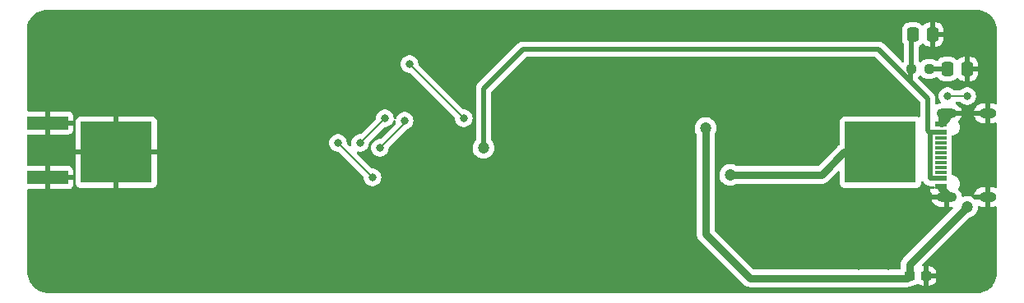
<source format=gbr>
%TF.GenerationSoftware,KiCad,Pcbnew,6.0.11+dfsg-1*%
%TF.CreationDate,2025-12-05T11:14:29+02:00*%
%TF.ProjectId,esp32_loraprs_c3,65737033-325f-46c6-9f72-617072735f63,rev?*%
%TF.SameCoordinates,Original*%
%TF.FileFunction,Copper,L2,Bot*%
%TF.FilePolarity,Positive*%
%FSLAX46Y46*%
G04 Gerber Fmt 4.6, Leading zero omitted, Abs format (unit mm)*
G04 Created by KiCad (PCBNEW 6.0.11+dfsg-1) date 2025-12-05 11:14:29*
%MOMM*%
%LPD*%
G01*
G04 APERTURE LIST*
G04 Aperture macros list*
%AMRoundRect*
0 Rectangle with rounded corners*
0 $1 Rounding radius*
0 $2 $3 $4 $5 $6 $7 $8 $9 X,Y pos of 4 corners*
0 Add a 4 corners polygon primitive as box body*
4,1,4,$2,$3,$4,$5,$6,$7,$8,$9,$2,$3,0*
0 Add four circle primitives for the rounded corners*
1,1,$1+$1,$2,$3*
1,1,$1+$1,$4,$5*
1,1,$1+$1,$6,$7*
1,1,$1+$1,$8,$9*
0 Add four rect primitives between the rounded corners*
20,1,$1+$1,$2,$3,$4,$5,0*
20,1,$1+$1,$4,$5,$6,$7,0*
20,1,$1+$1,$6,$7,$8,$9,0*
20,1,$1+$1,$8,$9,$2,$3,0*%
G04 Aperture macros list end*
%TA.AperFunction,SMDPad,CuDef*%
%ADD10R,4.200000X1.350000*%
%TD*%
%TA.AperFunction,SMDPad,CuDef*%
%ADD11RoundRect,0.250000X-0.337500X-0.475000X0.337500X-0.475000X0.337500X0.475000X-0.337500X0.475000X0*%
%TD*%
%TA.AperFunction,SMDPad,CuDef*%
%ADD12R,1.240000X0.600000*%
%TD*%
%TA.AperFunction,SMDPad,CuDef*%
%ADD13R,1.240000X0.300000*%
%TD*%
%TA.AperFunction,ComponentPad*%
%ADD14O,2.100000X1.000000*%
%TD*%
%TA.AperFunction,ComponentPad*%
%ADD15O,1.800000X1.000000*%
%TD*%
%TA.AperFunction,SMDPad,CuDef*%
%ADD16RoundRect,0.237500X-0.250000X-0.237500X0.250000X-0.237500X0.250000X0.237500X-0.250000X0.237500X0*%
%TD*%
%TA.AperFunction,SMDPad,CuDef*%
%ADD17R,7.340000X6.350000*%
%TD*%
%TA.AperFunction,SMDPad,CuDef*%
%ADD18RoundRect,0.237500X-0.300000X-0.237500X0.300000X-0.237500X0.300000X0.237500X-0.300000X0.237500X0*%
%TD*%
%TA.AperFunction,ViaPad*%
%ADD19C,0.800000*%
%TD*%
%TA.AperFunction,ViaPad*%
%ADD20C,1.200000*%
%TD*%
%TA.AperFunction,ViaPad*%
%ADD21C,4.000000*%
%TD*%
%TA.AperFunction,Conductor*%
%ADD22C,0.800000*%
%TD*%
%TA.AperFunction,Conductor*%
%ADD23C,0.200000*%
%TD*%
%TA.AperFunction,Conductor*%
%ADD24C,0.550000*%
%TD*%
G04 APERTURE END LIST*
D10*
%TO.P,J1,2,Ext*%
%TO.N,GND*%
X66892500Y-67025000D03*
X66892500Y-72675000D03*
%TD*%
D11*
%TO.P,C10,1*%
%TO.N,+5V_VIN*%
X155934500Y-57912000D03*
%TO.P,C10,2*%
%TO.N,GND*%
X158009500Y-57912000D03*
%TD*%
%TO.P,C4,1*%
%TO.N,Net-(C4-Pad1)*%
X159490500Y-61468000D03*
%TO.P,C4,2*%
%TO.N,GND*%
X161565500Y-61468000D03*
%TD*%
D12*
%TO.P,J2,A1,GND*%
%TO.N,GND*%
X158835000Y-67158000D03*
%TO.P,J2,A4,VBUS*%
%TO.N,+5V_VIN*%
X158835000Y-67958000D03*
D13*
%TO.P,J2,A5,CC1*%
%TO.N,unconnected-(J2-PadA5)*%
X158835000Y-69108000D03*
%TO.P,J2,A6,D+*%
%TO.N,unconnected-(J2-PadA6)*%
X158835000Y-70108000D03*
%TO.P,J2,A7,D-*%
%TO.N,unconnected-(J2-PadA7)*%
X158835000Y-70608000D03*
%TO.P,J2,A8,SBU1*%
%TO.N,unconnected-(J2-PadA8)*%
X158835000Y-71608000D03*
D12*
%TO.P,J2,A9,VBUS*%
%TO.N,+5V_VIN*%
X158835000Y-72758000D03*
%TO.P,J2,A12,GND*%
%TO.N,GND*%
X158835000Y-73558000D03*
%TO.P,J2,B1,GND*%
X158835000Y-73558000D03*
%TO.P,J2,B4,VBUS*%
%TO.N,+5V_VIN*%
X158835000Y-72758000D03*
D13*
%TO.P,J2,B5,CC2*%
%TO.N,unconnected-(J2-PadB5)*%
X158835000Y-72108000D03*
%TO.P,J2,B6,D+*%
%TO.N,unconnected-(J2-PadB6)*%
X158835000Y-71108000D03*
%TO.P,J2,B7,D-*%
%TO.N,unconnected-(J2-PadB7)*%
X158835000Y-69608000D03*
%TO.P,J2,B8,SBU2*%
%TO.N,unconnected-(J2-PadB8)*%
X158835000Y-68608000D03*
D12*
%TO.P,J2,B9,VBUS*%
%TO.N,+5V_VIN*%
X158835000Y-67958000D03*
%TO.P,J2,B12,GND*%
%TO.N,GND*%
X158835000Y-67158000D03*
D14*
%TO.P,J2,S1,SHIELD*%
X159435000Y-66038000D03*
X159435000Y-74678000D03*
D15*
X163635000Y-74678000D03*
X163635000Y-66038000D03*
%TD*%
D16*
%TO.P,R6,1*%
%TO.N,+5V_VIN*%
X155805500Y-61468000D03*
%TO.P,R6,2*%
%TO.N,Net-(C4-Pad1)*%
X157630500Y-61468000D03*
%TD*%
D17*
%TO.P,BT1,1,+*%
%TO.N,B+*%
X152614000Y-70061000D03*
%TO.P,BT1,2,-*%
%TO.N,GND*%
X73954000Y-70061000D03*
%TD*%
D18*
%TO.P,C1,1*%
%TO.N,+5V*%
X155601500Y-82804000D03*
%TO.P,C1,2*%
%TO.N,GND*%
X157326500Y-82804000D03*
%TD*%
D19*
%TO.N,GND*%
X125476000Y-83820000D03*
X138684000Y-79248000D03*
X114046000Y-78232000D03*
X120396000Y-75692000D03*
X118872000Y-68326000D03*
X118110000Y-75692000D03*
X120396000Y-77470000D03*
X112268000Y-83566000D03*
X125984000Y-78994000D03*
X135890000Y-83058000D03*
D20*
%TO.N,B+*%
X137160000Y-72390000D03*
D19*
%TO.N,GND*%
X100584000Y-60960000D03*
X65786000Y-64770000D03*
X153416000Y-75184000D03*
X141732000Y-58166000D03*
X150368000Y-57912000D03*
X76200000Y-78994000D03*
X65786000Y-77978000D03*
X76200000Y-60706000D03*
X88646000Y-79248000D03*
X147320000Y-74930000D03*
X153416000Y-81788000D03*
X146558000Y-68580000D03*
X71882000Y-55880000D03*
X109474000Y-57658000D03*
X106426000Y-60960000D03*
X101346000Y-75692000D03*
D21*
X67056000Y-82296000D03*
D19*
X81280000Y-60706000D03*
X128524000Y-70612000D03*
X128524000Y-73914000D03*
D21*
X162306000Y-57404000D03*
D19*
X122936000Y-61976000D03*
X81280000Y-78994000D03*
X65786000Y-61976000D03*
X150368000Y-81788000D03*
X107188000Y-74168000D03*
X83566000Y-70104000D03*
X156718000Y-74930000D03*
X128270000Y-61976000D03*
D21*
X67056000Y-57404000D03*
D19*
X115570000Y-68326000D03*
D21*
X162306000Y-82550000D03*
D19*
X85852000Y-65024000D03*
X86106000Y-75438000D03*
X78740000Y-78994000D03*
X147066000Y-57912000D03*
X88392000Y-70104000D03*
X121920000Y-68326000D03*
X91440000Y-79248000D03*
X138938000Y-74422000D03*
X110236000Y-83566000D03*
X69596000Y-64770000D03*
X138176000Y-58166000D03*
X117856000Y-61976000D03*
X106426000Y-79248000D03*
X101346000Y-78486000D03*
X69596000Y-74676000D03*
X144018000Y-74930000D03*
X102108000Y-62992000D03*
X65786000Y-74930000D03*
X84836000Y-83566000D03*
X85090000Y-56134000D03*
X138684000Y-70104000D03*
X99060000Y-62992000D03*
X72390000Y-83820000D03*
D20*
%TO.N,+5V*%
X161544000Y-75692000D03*
X134620000Y-67564000D03*
D19*
%TO.N,RXEN*%
X99060000Y-69088000D03*
X101600000Y-66548000D03*
%TO.N,DIO1*%
X109728000Y-66548000D03*
X104140000Y-60960000D03*
%TO.N,SCK*%
X100330000Y-72644000D03*
X96774000Y-69088000D03*
%TO.N,MISO*%
X159512000Y-64262000D03*
X161544000Y-64262000D03*
%TO.N,TXEN*%
X101092000Y-69596000D03*
X103632000Y-66802000D03*
D20*
%TO.N,+5V_VIN*%
X111760000Y-69596000D03*
%TD*%
D22*
%TO.N,B+*%
X148887000Y-70061000D02*
X155711000Y-70061000D01*
X137160000Y-72390000D02*
X146558000Y-72390000D01*
X146558000Y-72390000D02*
X148887000Y-70061000D01*
%TO.N,GND*%
X158935000Y-67058000D02*
X158835000Y-67058000D01*
X159435000Y-66558000D02*
X158935000Y-67058000D01*
X159435000Y-74345000D02*
X158835000Y-73745000D01*
X158835000Y-73745000D02*
X158835000Y-73658000D01*
X159435000Y-74678000D02*
X159435000Y-74345000D01*
X159435000Y-66038000D02*
X159435000Y-66558000D01*
%TO.N,+5V*%
X155601500Y-81634500D02*
X161544000Y-75692000D01*
X134620000Y-67564000D02*
X134620000Y-78486000D01*
X139176000Y-83042000D02*
X155363500Y-83042000D01*
X155363500Y-83042000D02*
X155601500Y-82804000D01*
X155601500Y-82804000D02*
X155601500Y-81634500D01*
X134620000Y-78486000D02*
X139176000Y-83042000D01*
D23*
%TO.N,RXEN*%
X101600000Y-66548000D02*
X99060000Y-69088000D01*
%TO.N,DIO1*%
X104140000Y-60960000D02*
X109728000Y-66548000D01*
%TO.N,SCK*%
X100330000Y-72644000D02*
X96774000Y-69088000D01*
%TO.N,MISO*%
X159512000Y-64262000D02*
X161544000Y-64262000D01*
%TO.N,TXEN*%
X103632000Y-67056000D02*
X101092000Y-69596000D01*
X103632000Y-66802000D02*
X103632000Y-67056000D01*
D24*
%TO.N,Net-(C4-Pad1)*%
X157630500Y-61468000D02*
X159490500Y-61468000D01*
%TO.N,+5V_VIN*%
X157480000Y-67818000D02*
X157645000Y-67983000D01*
X157645000Y-67983000D02*
X157740000Y-67983000D01*
X155702000Y-62738000D02*
X155702000Y-61571500D01*
X114046000Y-61214000D02*
X111760000Y-63500000D01*
X155702000Y-62738000D02*
X157480000Y-64516000D01*
X157480000Y-64516000D02*
X157480000Y-67818000D01*
X155805500Y-58041000D02*
X155934500Y-57912000D01*
X115824000Y-59436000D02*
X114046000Y-61214000D01*
X155805500Y-61468000D02*
X155805500Y-58041000D01*
X158835000Y-67958000D02*
X157765000Y-67958000D01*
X157740000Y-72733000D02*
X157765000Y-72758000D01*
X152400000Y-59436000D02*
X115824000Y-59436000D01*
X111760000Y-63500000D02*
X111760000Y-69596000D01*
X157740000Y-67983000D02*
X157740000Y-72733000D01*
X155702000Y-62738000D02*
X152400000Y-59436000D01*
X157765000Y-72758000D02*
X158835000Y-72758000D01*
X157765000Y-67958000D02*
X157740000Y-67983000D01*
X155702000Y-61571500D02*
X155805500Y-61468000D01*
%TD*%
%TA.AperFunction,Conductor*%
%TO.N,GND*%
G36*
X162492542Y-55390542D02*
G01*
X162511904Y-55392043D01*
X162526788Y-55394361D01*
X162526795Y-55394361D01*
X162535663Y-55395742D01*
X162544567Y-55394578D01*
X162544569Y-55394578D01*
X162552061Y-55393599D01*
X162576561Y-55392801D01*
X162798920Y-55407247D01*
X162815114Y-55409360D01*
X163059747Y-55457572D01*
X163075533Y-55461762D01*
X163311877Y-55541213D01*
X163326979Y-55547406D01*
X163435428Y-55600331D01*
X163551063Y-55656763D01*
X163565245Y-55664862D01*
X163773292Y-55802278D01*
X163786308Y-55812143D01*
X163974841Y-55975322D01*
X163986471Y-55986788D01*
X164152309Y-56172978D01*
X164162359Y-56185853D01*
X164302718Y-56391929D01*
X164311018Y-56405995D01*
X164423545Y-56628497D01*
X164429956Y-56643519D01*
X164512758Y-56878713D01*
X164517171Y-56894438D01*
X164568853Y-57138355D01*
X164571196Y-57154517D01*
X164588236Y-57369525D01*
X164587521Y-57392943D01*
X164587527Y-57396139D01*
X164586272Y-57405033D01*
X164587563Y-57413920D01*
X164590191Y-57432012D01*
X164591500Y-57450125D01*
X164591500Y-64984829D01*
X164571498Y-65052950D01*
X164517842Y-65099443D01*
X164447568Y-65109547D01*
X164427402Y-65104931D01*
X164251462Y-65049120D01*
X164239468Y-65046570D01*
X164095239Y-65030393D01*
X164088215Y-65030000D01*
X163907115Y-65030000D01*
X163891876Y-65034475D01*
X163890671Y-65035865D01*
X163889000Y-65043548D01*
X163889000Y-67027885D01*
X163893475Y-67043124D01*
X163894865Y-67044329D01*
X163902548Y-67046000D01*
X164081657Y-67046000D01*
X164087805Y-67045699D01*
X164225603Y-67032188D01*
X164237638Y-67029805D01*
X164415079Y-66976232D01*
X164417493Y-66975237D01*
X164418848Y-66975094D01*
X164420977Y-66974451D01*
X164421099Y-66974856D01*
X164488096Y-66967776D01*
X164551526Y-66999670D01*
X164587642Y-67060794D01*
X164591500Y-67091733D01*
X164591500Y-73624829D01*
X164571498Y-73692950D01*
X164517842Y-73739443D01*
X164447568Y-73749547D01*
X164427402Y-73744931D01*
X164251462Y-73689120D01*
X164239468Y-73686570D01*
X164095239Y-73670393D01*
X164088215Y-73670000D01*
X163907115Y-73670000D01*
X163891876Y-73674475D01*
X163890671Y-73675865D01*
X163889000Y-73683548D01*
X163889000Y-75667885D01*
X163893475Y-75683124D01*
X163894865Y-75684329D01*
X163902548Y-75686000D01*
X164081657Y-75686000D01*
X164087805Y-75685699D01*
X164225603Y-75672188D01*
X164237638Y-75669805D01*
X164415079Y-75616232D01*
X164417493Y-75615237D01*
X164418848Y-75615094D01*
X164420977Y-75614451D01*
X164421099Y-75614856D01*
X164488096Y-75607776D01*
X164551526Y-75639670D01*
X164587642Y-75700794D01*
X164591500Y-75731733D01*
X164591500Y-82496114D01*
X164589711Y-82517269D01*
X164586450Y-82536416D01*
X164587487Y-82545332D01*
X164587487Y-82545335D01*
X164588360Y-82552837D01*
X164588810Y-82577349D01*
X164571205Y-82799485D01*
X164568862Y-82815647D01*
X164517180Y-83059564D01*
X164512767Y-83075289D01*
X164429964Y-83310484D01*
X164423553Y-83325506D01*
X164311026Y-83548009D01*
X164302726Y-83562075D01*
X164162363Y-83768156D01*
X164152319Y-83781024D01*
X163986470Y-83967227D01*
X163974855Y-83978678D01*
X163892330Y-84050105D01*
X163786314Y-84141864D01*
X163773298Y-84151729D01*
X163565250Y-84289146D01*
X163551068Y-84297245D01*
X163463926Y-84339772D01*
X163326984Y-84406602D01*
X163311881Y-84412795D01*
X163251837Y-84432980D01*
X163075534Y-84492247D01*
X163059748Y-84496437D01*
X162815116Y-84544649D01*
X162798922Y-84546762D01*
X162700957Y-84553127D01*
X162583775Y-84560740D01*
X162560022Y-84559674D01*
X162557081Y-84559638D01*
X162548215Y-84558258D01*
X162516587Y-84562395D01*
X162500286Y-84563458D01*
X91359252Y-84576906D01*
X67105333Y-84581491D01*
X67085923Y-84579991D01*
X67071149Y-84577690D01*
X67071144Y-84577690D01*
X67062276Y-84576309D01*
X67045077Y-84578558D01*
X67021137Y-84579391D01*
X66788120Y-84565296D01*
X66773016Y-84563462D01*
X66516542Y-84516462D01*
X66501769Y-84512821D01*
X66435745Y-84492247D01*
X66252820Y-84435245D01*
X66238602Y-84429853D01*
X66000818Y-84322835D01*
X65987362Y-84315773D01*
X65764211Y-84180873D01*
X65751690Y-84172231D01*
X65546427Y-84011417D01*
X65535039Y-84001327D01*
X65350673Y-83816961D01*
X65340583Y-83805573D01*
X65285510Y-83735278D01*
X65179768Y-83600308D01*
X65171126Y-83587788D01*
X65147079Y-83548009D01*
X65036227Y-83364638D01*
X65029165Y-83351182D01*
X64922147Y-83113398D01*
X64916753Y-83099175D01*
X64909568Y-83076115D01*
X64839179Y-82850231D01*
X64835538Y-82835458D01*
X64788538Y-82578984D01*
X64786704Y-82563880D01*
X64773269Y-82341768D01*
X64774520Y-82318216D01*
X64774334Y-82318199D01*
X64774769Y-82313350D01*
X64775576Y-82308552D01*
X64775729Y-82296000D01*
X64771773Y-82268376D01*
X64770500Y-82250514D01*
X64770500Y-73984000D01*
X64790502Y-73915879D01*
X64844158Y-73869386D01*
X64896500Y-73858000D01*
X66620385Y-73858000D01*
X66635624Y-73853525D01*
X66636829Y-73852135D01*
X66638500Y-73844452D01*
X66638500Y-73839884D01*
X67146500Y-73839884D01*
X67150975Y-73855123D01*
X67152365Y-73856328D01*
X67160048Y-73857999D01*
X69037169Y-73857999D01*
X69043990Y-73857629D01*
X69094852Y-73852105D01*
X69110104Y-73848479D01*
X69230554Y-73803324D01*
X69246149Y-73794786D01*
X69348224Y-73718285D01*
X69360785Y-73705724D01*
X69437286Y-73603649D01*
X69445824Y-73588054D01*
X69490978Y-73467606D01*
X69494605Y-73452351D01*
X69500131Y-73401486D01*
X69500500Y-73394672D01*
X69500500Y-73280669D01*
X69776001Y-73280669D01*
X69776371Y-73287490D01*
X69781895Y-73338352D01*
X69785521Y-73353604D01*
X69830676Y-73474054D01*
X69839214Y-73489649D01*
X69915715Y-73591724D01*
X69928276Y-73604285D01*
X70030351Y-73680786D01*
X70045946Y-73689324D01*
X70166394Y-73734478D01*
X70181649Y-73738105D01*
X70232514Y-73743631D01*
X70239328Y-73744000D01*
X73681885Y-73744000D01*
X73697124Y-73739525D01*
X73698329Y-73738135D01*
X73700000Y-73730452D01*
X73700000Y-73725884D01*
X74208000Y-73725884D01*
X74212475Y-73741123D01*
X74213865Y-73742328D01*
X74221548Y-73743999D01*
X77668669Y-73743999D01*
X77675490Y-73743629D01*
X77726352Y-73738105D01*
X77741604Y-73734479D01*
X77862054Y-73689324D01*
X77877649Y-73680786D01*
X77979724Y-73604285D01*
X77992285Y-73591724D01*
X78068786Y-73489649D01*
X78077324Y-73474054D01*
X78122478Y-73353606D01*
X78126105Y-73338351D01*
X78131631Y-73287486D01*
X78132000Y-73280672D01*
X78132000Y-70333115D01*
X78127525Y-70317876D01*
X78126135Y-70316671D01*
X78118452Y-70315000D01*
X74226115Y-70315000D01*
X74210876Y-70319475D01*
X74209671Y-70320865D01*
X74208000Y-70328548D01*
X74208000Y-73725884D01*
X73700000Y-73725884D01*
X73700000Y-70333115D01*
X73695525Y-70317876D01*
X73694135Y-70316671D01*
X73686452Y-70315000D01*
X69794116Y-70315000D01*
X69778877Y-70319475D01*
X69777672Y-70320865D01*
X69776001Y-70328548D01*
X69776001Y-73280669D01*
X69500500Y-73280669D01*
X69500500Y-72947115D01*
X69496025Y-72931876D01*
X69494635Y-72930671D01*
X69486952Y-72929000D01*
X67164615Y-72929000D01*
X67149376Y-72933475D01*
X67148171Y-72934865D01*
X67146500Y-72942548D01*
X67146500Y-73839884D01*
X66638500Y-73839884D01*
X66638500Y-72402885D01*
X67146500Y-72402885D01*
X67150975Y-72418124D01*
X67152365Y-72419329D01*
X67160048Y-72421000D01*
X69482384Y-72421000D01*
X69497623Y-72416525D01*
X69498828Y-72415135D01*
X69500499Y-72407452D01*
X69500499Y-71955331D01*
X69500129Y-71948510D01*
X69494605Y-71897648D01*
X69490979Y-71882396D01*
X69445824Y-71761946D01*
X69437286Y-71746351D01*
X69360785Y-71644276D01*
X69348224Y-71631715D01*
X69246149Y-71555214D01*
X69230554Y-71546676D01*
X69110106Y-71501522D01*
X69094851Y-71497895D01*
X69043986Y-71492369D01*
X69037172Y-71492000D01*
X67164615Y-71492000D01*
X67149376Y-71496475D01*
X67148171Y-71497865D01*
X67146500Y-71505548D01*
X67146500Y-72402885D01*
X66638500Y-72402885D01*
X66638500Y-71510116D01*
X66634025Y-71494877D01*
X66632635Y-71493672D01*
X66624952Y-71492001D01*
X64896500Y-71492001D01*
X64828379Y-71471999D01*
X64781886Y-71418343D01*
X64770500Y-71366001D01*
X64770500Y-69788885D01*
X69776000Y-69788885D01*
X69780475Y-69804124D01*
X69781865Y-69805329D01*
X69789548Y-69807000D01*
X73681885Y-69807000D01*
X73697124Y-69802525D01*
X73698329Y-69801135D01*
X73700000Y-69793452D01*
X73700000Y-69788885D01*
X74208000Y-69788885D01*
X74212475Y-69804124D01*
X74213865Y-69805329D01*
X74221548Y-69807000D01*
X78113884Y-69807000D01*
X78129123Y-69802525D01*
X78130328Y-69801135D01*
X78131999Y-69793452D01*
X78131999Y-69088000D01*
X95860496Y-69088000D01*
X95880458Y-69277928D01*
X95939473Y-69459556D01*
X96034960Y-69624944D01*
X96162747Y-69766866D01*
X96317248Y-69879118D01*
X96323276Y-69881802D01*
X96323278Y-69881803D01*
X96378675Y-69906467D01*
X96491712Y-69956794D01*
X96585112Y-69976647D01*
X96672056Y-69995128D01*
X96672061Y-69995128D01*
X96678513Y-69996500D01*
X96769761Y-69996500D01*
X96837882Y-70016502D01*
X96858856Y-70033405D01*
X99380281Y-72554830D01*
X99414307Y-72617142D01*
X99416841Y-72640716D01*
X99416496Y-72644000D01*
X99417186Y-72650565D01*
X99434225Y-72812678D01*
X99436458Y-72833928D01*
X99495473Y-73015556D01*
X99590960Y-73180944D01*
X99595378Y-73185851D01*
X99595379Y-73185852D01*
X99711273Y-73314565D01*
X99718747Y-73322866D01*
X99751023Y-73346316D01*
X99859581Y-73425188D01*
X99873248Y-73435118D01*
X99879276Y-73437802D01*
X99879278Y-73437803D01*
X100041681Y-73510109D01*
X100047712Y-73512794D01*
X100106233Y-73525233D01*
X100228056Y-73551128D01*
X100228061Y-73551128D01*
X100234513Y-73552500D01*
X100425487Y-73552500D01*
X100431939Y-73551128D01*
X100431944Y-73551128D01*
X100553767Y-73525233D01*
X100612288Y-73512794D01*
X100618319Y-73510109D01*
X100780722Y-73437803D01*
X100780724Y-73437802D01*
X100786752Y-73435118D01*
X100800420Y-73425188D01*
X100908977Y-73346316D01*
X100941253Y-73322866D01*
X100948727Y-73314565D01*
X101064621Y-73185852D01*
X101064622Y-73185851D01*
X101069040Y-73180944D01*
X101164527Y-73015556D01*
X101223542Y-72833928D01*
X101225776Y-72812678D01*
X101242814Y-72650565D01*
X101243504Y-72644000D01*
X101223542Y-72454072D01*
X101164527Y-72272444D01*
X101069040Y-72107056D01*
X101055947Y-72092514D01*
X100945675Y-71970045D01*
X100945674Y-71970044D01*
X100941253Y-71965134D01*
X100812525Y-71871607D01*
X100792094Y-71856763D01*
X100792093Y-71856762D01*
X100786752Y-71852882D01*
X100780724Y-71850198D01*
X100780722Y-71850197D01*
X100618319Y-71777891D01*
X100618318Y-71777891D01*
X100612288Y-71775206D01*
X100518887Y-71755353D01*
X100431944Y-71736872D01*
X100431939Y-71736872D01*
X100425487Y-71735500D01*
X100334239Y-71735500D01*
X100266118Y-71715498D01*
X100245144Y-71698595D01*
X98730063Y-70183514D01*
X98696037Y-70121202D01*
X98701102Y-70050387D01*
X98743649Y-69993551D01*
X98810169Y-69968740D01*
X98845355Y-69971172D01*
X98958056Y-69995128D01*
X98958061Y-69995128D01*
X98964513Y-69996500D01*
X99155487Y-69996500D01*
X99161939Y-69995128D01*
X99161944Y-69995128D01*
X99248888Y-69976647D01*
X99342288Y-69956794D01*
X99455325Y-69906467D01*
X99510722Y-69881803D01*
X99510724Y-69881802D01*
X99516752Y-69879118D01*
X99671253Y-69766866D01*
X99799040Y-69624944D01*
X99894527Y-69459556D01*
X99953542Y-69277928D01*
X99973504Y-69088000D01*
X99973316Y-69086214D01*
X99992816Y-69019804D01*
X100009719Y-68998830D01*
X101515144Y-67493405D01*
X101577456Y-67459379D01*
X101604239Y-67456500D01*
X101695487Y-67456500D01*
X101701939Y-67455128D01*
X101701944Y-67455128D01*
X101788888Y-67436647D01*
X101882288Y-67416794D01*
X101888319Y-67414109D01*
X102050722Y-67341803D01*
X102050724Y-67341802D01*
X102056752Y-67339118D01*
X102211253Y-67226866D01*
X102215675Y-67221955D01*
X102334621Y-67089852D01*
X102334622Y-67089851D01*
X102339040Y-67084944D01*
X102401805Y-66976232D01*
X102431223Y-66925279D01*
X102431224Y-66925278D01*
X102434527Y-66919556D01*
X102475246Y-66794238D01*
X102515318Y-66735633D01*
X102580715Y-66707996D01*
X102650672Y-66720103D01*
X102702978Y-66768109D01*
X102720388Y-66820004D01*
X102736963Y-66977702D01*
X102738458Y-66991928D01*
X102740497Y-66998204D01*
X102741831Y-67004478D01*
X102736430Y-67075269D01*
X102707680Y-67119771D01*
X101176856Y-68650595D01*
X101114544Y-68684621D01*
X101087761Y-68687500D01*
X100996513Y-68687500D01*
X100990061Y-68688872D01*
X100990056Y-68688872D01*
X100903112Y-68707353D01*
X100809712Y-68727206D01*
X100803682Y-68729891D01*
X100803681Y-68729891D01*
X100641278Y-68802197D01*
X100641276Y-68802198D01*
X100635248Y-68804882D01*
X100629907Y-68808762D01*
X100629906Y-68808763D01*
X100609422Y-68823646D01*
X100480747Y-68917134D01*
X100476326Y-68922044D01*
X100476325Y-68922045D01*
X100388303Y-69019804D01*
X100352960Y-69059056D01*
X100257473Y-69224444D01*
X100198458Y-69406072D01*
X100197768Y-69412633D01*
X100197768Y-69412635D01*
X100193497Y-69453271D01*
X100178496Y-69596000D01*
X100179186Y-69602565D01*
X100197389Y-69775753D01*
X100198458Y-69785928D01*
X100257473Y-69967556D01*
X100352960Y-70132944D01*
X100480747Y-70274866D01*
X100539945Y-70317876D01*
X100623728Y-70378748D01*
X100635248Y-70387118D01*
X100641276Y-70389802D01*
X100641278Y-70389803D01*
X100686341Y-70409866D01*
X100809712Y-70464794D01*
X100903112Y-70484647D01*
X100990056Y-70503128D01*
X100990061Y-70503128D01*
X100996513Y-70504500D01*
X101187487Y-70504500D01*
X101193939Y-70503128D01*
X101193944Y-70503128D01*
X101280888Y-70484647D01*
X101374288Y-70464794D01*
X101497659Y-70409866D01*
X101542722Y-70389803D01*
X101542724Y-70389802D01*
X101548752Y-70387118D01*
X101560273Y-70378748D01*
X101644055Y-70317876D01*
X101703253Y-70274866D01*
X101831040Y-70132944D01*
X101926527Y-69967556D01*
X101985542Y-69785928D01*
X101986612Y-69775753D01*
X102004814Y-69602565D01*
X102005504Y-69596000D01*
X102005316Y-69594214D01*
X102013348Y-69566859D01*
X110647132Y-69566859D01*
X110660457Y-69770151D01*
X110710605Y-69967610D01*
X110795898Y-70152624D01*
X110913479Y-70318997D01*
X111059410Y-70461157D01*
X111064206Y-70464362D01*
X111064209Y-70464364D01*
X111064853Y-70464794D01*
X111228803Y-70574342D01*
X111234106Y-70576620D01*
X111234109Y-70576622D01*
X111323115Y-70614862D01*
X111415987Y-70654763D01*
X111488817Y-70671243D01*
X111609055Y-70698450D01*
X111609060Y-70698451D01*
X111614692Y-70699725D01*
X111620463Y-70699952D01*
X111620465Y-70699952D01*
X111683470Y-70702427D01*
X111818263Y-70707723D01*
X112019883Y-70678490D01*
X112025347Y-70676635D01*
X112025352Y-70676634D01*
X112207327Y-70614862D01*
X112207332Y-70614860D01*
X112212799Y-70613004D01*
X112390551Y-70513458D01*
X112547186Y-70383186D01*
X112677458Y-70226551D01*
X112777004Y-70048799D01*
X112778860Y-70043332D01*
X112778862Y-70043327D01*
X112840634Y-69861352D01*
X112840635Y-69861347D01*
X112842490Y-69855883D01*
X112871723Y-69654263D01*
X112873249Y-69596000D01*
X112859692Y-69448458D01*
X112855137Y-69398880D01*
X112855136Y-69398877D01*
X112854608Y-69393126D01*
X112820267Y-69271365D01*
X112800875Y-69202606D01*
X112800874Y-69202604D01*
X112799307Y-69197047D01*
X112788680Y-69175496D01*
X112711756Y-69019510D01*
X112709201Y-69014329D01*
X112690796Y-68989681D01*
X112590758Y-68855715D01*
X112590758Y-68855714D01*
X112587305Y-68851091D01*
X112583069Y-68847175D01*
X112579197Y-68842875D01*
X112580304Y-68841879D01*
X112547526Y-68787079D01*
X112543500Y-68755484D01*
X112543500Y-63876726D01*
X112563502Y-63808605D01*
X112580405Y-63787631D01*
X116111631Y-60256405D01*
X116173943Y-60222379D01*
X116200726Y-60219500D01*
X152023274Y-60219500D01*
X152091395Y-60239502D01*
X152112369Y-60256405D01*
X155138029Y-63282065D01*
X155207949Y-63352475D01*
X155208959Y-63353116D01*
X155210138Y-63354174D01*
X156659595Y-64803631D01*
X156693621Y-64865943D01*
X156696500Y-64892726D01*
X156696500Y-66315740D01*
X156676498Y-66383861D01*
X156622842Y-66430354D01*
X156552568Y-66440458D01*
X156526271Y-66433722D01*
X156401718Y-66387029D01*
X156401712Y-66387027D01*
X156394316Y-66384255D01*
X156332134Y-66377500D01*
X148895866Y-66377500D01*
X148833684Y-66384255D01*
X148697295Y-66435385D01*
X148580739Y-66522739D01*
X148493385Y-66639295D01*
X148442255Y-66775684D01*
X148435500Y-66837866D01*
X148435500Y-69197497D01*
X148415498Y-69265618D01*
X148388800Y-69295413D01*
X148378526Y-69303733D01*
X148362237Y-69314927D01*
X148350056Y-69321960D01*
X148345150Y-69326377D01*
X148345145Y-69326381D01*
X148299221Y-69367731D01*
X148294220Y-69372003D01*
X148278259Y-69384928D01*
X148263744Y-69399443D01*
X148258959Y-69403984D01*
X148208134Y-69449747D01*
X148204255Y-69455086D01*
X148204254Y-69455087D01*
X148199860Y-69461135D01*
X148187019Y-69476168D01*
X146218592Y-71444595D01*
X146156280Y-71478621D01*
X146129497Y-71481500D01*
X137834032Y-71481500D01*
X137766797Y-71462062D01*
X137670288Y-71401169D01*
X137670283Y-71401167D01*
X137665404Y-71398088D01*
X137476180Y-71322595D01*
X137276366Y-71282849D01*
X137270592Y-71282773D01*
X137270588Y-71282773D01*
X137167452Y-71281424D01*
X137072655Y-71280183D01*
X137066958Y-71281162D01*
X137066957Y-71281162D01*
X136941520Y-71302716D01*
X136871870Y-71314684D01*
X136680734Y-71385198D01*
X136675773Y-71388150D01*
X136675772Y-71388150D01*
X136523705Y-71478621D01*
X136505649Y-71489363D01*
X136352478Y-71623690D01*
X136348911Y-71628215D01*
X136348906Y-71628220D01*
X136280102Y-71715498D01*
X136226351Y-71783681D01*
X136223662Y-71788792D01*
X136223660Y-71788795D01*
X136187901Y-71856763D01*
X136131492Y-71963978D01*
X136071078Y-72158543D01*
X136047132Y-72360859D01*
X136060457Y-72564151D01*
X136110605Y-72761610D01*
X136195898Y-72946624D01*
X136313479Y-73112997D01*
X136353491Y-73151975D01*
X136455254Y-73251108D01*
X136459410Y-73255157D01*
X136464206Y-73258362D01*
X136464209Y-73258364D01*
X136595839Y-73346316D01*
X136628803Y-73368342D01*
X136634106Y-73370620D01*
X136634109Y-73370622D01*
X136790477Y-73437803D01*
X136815987Y-73448763D01*
X136884346Y-73464231D01*
X137009055Y-73492450D01*
X137009060Y-73492451D01*
X137014692Y-73493725D01*
X137020463Y-73493952D01*
X137020465Y-73493952D01*
X137083470Y-73496427D01*
X137218263Y-73501723D01*
X137419883Y-73472490D01*
X137425347Y-73470635D01*
X137425352Y-73470634D01*
X137607327Y-73408862D01*
X137607332Y-73408860D01*
X137612799Y-73407004D01*
X137777862Y-73314564D01*
X137839425Y-73298500D01*
X146476583Y-73298500D01*
X146496292Y-73300051D01*
X146510190Y-73302252D01*
X146516777Y-73301907D01*
X146516782Y-73301907D01*
X146578480Y-73298673D01*
X146585074Y-73298500D01*
X146605610Y-73298500D01*
X146608882Y-73298156D01*
X146608884Y-73298156D01*
X146626042Y-73296353D01*
X146632616Y-73295836D01*
X146694308Y-73292603D01*
X146694312Y-73292602D01*
X146700903Y-73292257D01*
X146707284Y-73290547D01*
X146707286Y-73290547D01*
X146714491Y-73288617D01*
X146733925Y-73285015D01*
X146741354Y-73284234D01*
X146741363Y-73284232D01*
X146747928Y-73283542D01*
X146812997Y-73262400D01*
X146819299Y-73260533D01*
X146885370Y-73242829D01*
X146897908Y-73236440D01*
X146916174Y-73228875D01*
X146923272Y-73226569D01*
X146923274Y-73226568D01*
X146929556Y-73224527D01*
X146988785Y-73190331D01*
X146994579Y-73187185D01*
X146997195Y-73185852D01*
X147055530Y-73156129D01*
X147066467Y-73147273D01*
X147082763Y-73136073D01*
X147089224Y-73132343D01*
X147089228Y-73132340D01*
X147094944Y-73129040D01*
X147099850Y-73124623D01*
X147099855Y-73124619D01*
X147145769Y-73083278D01*
X147150784Y-73078994D01*
X147164177Y-73068148D01*
X147166741Y-73066072D01*
X147181256Y-73051557D01*
X147186041Y-73047016D01*
X147236866Y-73001253D01*
X147245140Y-72989865D01*
X147257981Y-72974832D01*
X148220405Y-72012408D01*
X148282717Y-71978382D01*
X148353532Y-71983447D01*
X148410368Y-72025994D01*
X148435179Y-72092514D01*
X148435500Y-72101503D01*
X148435500Y-73284134D01*
X148442255Y-73346316D01*
X148493385Y-73482705D01*
X148580739Y-73599261D01*
X148697295Y-73686615D01*
X148833684Y-73737745D01*
X148895866Y-73744500D01*
X156332134Y-73744500D01*
X156394316Y-73737745D01*
X156530705Y-73686615D01*
X156647261Y-73599261D01*
X156734615Y-73482705D01*
X156785745Y-73346316D01*
X156792500Y-73284134D01*
X156792500Y-73132960D01*
X156812502Y-73064839D01*
X156866158Y-73018346D01*
X156936432Y-73008242D01*
X157001012Y-73037736D01*
X157028603Y-73073895D01*
X157028944Y-73073682D01*
X157033560Y-73081069D01*
X157046037Y-73101037D01*
X157053377Y-73114556D01*
X157063411Y-73136073D01*
X157067011Y-73143794D01*
X157071324Y-73149354D01*
X157071325Y-73149356D01*
X157092640Y-73176835D01*
X157099929Y-73187283D01*
X157122091Y-73222749D01*
X157139056Y-73239833D01*
X157149819Y-73250672D01*
X157150373Y-73251264D01*
X157150877Y-73251913D01*
X157176069Y-73277105D01*
X157219170Y-73320508D01*
X157219788Y-73321135D01*
X157251586Y-73353606D01*
X157266671Y-73369011D01*
X157272591Y-73372826D01*
X157272597Y-73372831D01*
X157301817Y-73391662D01*
X157312170Y-73399101D01*
X157339341Y-73420791D01*
X157339345Y-73420794D01*
X157344850Y-73425188D01*
X157357363Y-73431237D01*
X157373890Y-73439227D01*
X157387302Y-73446753D01*
X157408500Y-73460414D01*
X157408505Y-73460416D01*
X157414424Y-73464231D01*
X157421040Y-73466639D01*
X157421044Y-73466641D01*
X157441413Y-73474054D01*
X157453716Y-73478532D01*
X157465460Y-73483493D01*
X157496761Y-73498625D01*
X157496764Y-73498626D01*
X157503104Y-73501691D01*
X157526742Y-73507148D01*
X157534538Y-73508948D01*
X157549290Y-73513318D01*
X157579600Y-73524350D01*
X157586590Y-73525233D01*
X157621078Y-73529590D01*
X157633629Y-73531825D01*
X157667515Y-73539648D01*
X157667517Y-73539648D01*
X157674377Y-73541232D01*
X157681417Y-73541257D01*
X157681420Y-73541257D01*
X157713704Y-73541370D01*
X157714541Y-73541398D01*
X157715354Y-73541500D01*
X157750946Y-73541500D01*
X157751387Y-73541501D01*
X157850152Y-73541846D01*
X157851320Y-73541585D01*
X157852888Y-73541500D01*
X158033174Y-73541500D01*
X158077404Y-73549518D01*
X158104684Y-73559745D01*
X158112536Y-73560598D01*
X158112540Y-73560599D01*
X158113815Y-73560737D01*
X158114741Y-73561122D01*
X158120222Y-73562425D01*
X158120011Y-73563312D01*
X158179377Y-73587979D01*
X158219804Y-73646341D01*
X158222260Y-73717296D01*
X158185965Y-73778314D01*
X158122443Y-73810023D01*
X158100208Y-73812000D01*
X157725116Y-73812000D01*
X157709877Y-73816475D01*
X157708672Y-73817865D01*
X157707001Y-73825548D01*
X157707001Y-73902669D01*
X157707371Y-73909490D01*
X157712895Y-73960352D01*
X157716521Y-73975604D01*
X157761676Y-74096054D01*
X157770214Y-74111649D01*
X157846715Y-74213724D01*
X157859277Y-74226286D01*
X157877761Y-74240139D01*
X157920276Y-74296999D01*
X157925301Y-74367817D01*
X157922561Y-74378224D01*
X157913749Y-74406692D01*
X157913543Y-74420795D01*
X157920298Y-74424000D01*
X159162885Y-74424000D01*
X159178124Y-74419525D01*
X159179329Y-74418135D01*
X159181000Y-74410452D01*
X159181000Y-73960388D01*
X159201002Y-73892267D01*
X159254658Y-73845774D01*
X159324932Y-73835670D01*
X159383529Y-73860292D01*
X159515257Y-73961006D01*
X159515261Y-73961009D01*
X159520678Y-73965150D01*
X159526858Y-73968032D01*
X159526860Y-73968033D01*
X159616250Y-74009716D01*
X159669535Y-74056633D01*
X159689000Y-74123911D01*
X159689000Y-75667885D01*
X159693475Y-75683124D01*
X159694865Y-75684329D01*
X159702548Y-75686000D01*
X159960997Y-75686000D01*
X160029118Y-75706002D01*
X160075611Y-75759658D01*
X160085715Y-75829932D01*
X160056221Y-75894512D01*
X160050092Y-75901095D01*
X155016668Y-80934519D01*
X155001635Y-80947360D01*
X154990247Y-80955634D01*
X154985827Y-80960543D01*
X154944484Y-81006459D01*
X154939943Y-81011244D01*
X154925428Y-81025759D01*
X154923352Y-81028323D01*
X154912506Y-81041716D01*
X154908222Y-81046731D01*
X154866881Y-81092645D01*
X154866877Y-81092650D01*
X154862460Y-81097556D01*
X154859160Y-81103272D01*
X154859157Y-81103276D01*
X154855427Y-81109737D01*
X154844227Y-81126033D01*
X154835371Y-81136970D01*
X154804315Y-81197921D01*
X154801169Y-81203715D01*
X154766973Y-81262944D01*
X154764932Y-81269226D01*
X154764931Y-81269228D01*
X154762625Y-81276326D01*
X154755060Y-81294592D01*
X154748671Y-81307130D01*
X154746963Y-81313503D01*
X154746963Y-81313504D01*
X154730969Y-81373195D01*
X154729100Y-81379503D01*
X154707958Y-81444572D01*
X154707268Y-81451137D01*
X154707266Y-81451146D01*
X154706485Y-81458575D01*
X154702883Y-81478009D01*
X154700953Y-81485214D01*
X154699243Y-81491597D01*
X154698898Y-81498188D01*
X154698897Y-81498192D01*
X154695664Y-81559884D01*
X154695147Y-81566458D01*
X154693344Y-81583616D01*
X154693000Y-81586890D01*
X154693000Y-81607426D01*
X154692827Y-81614020D01*
X154689248Y-81682310D01*
X154690280Y-81688825D01*
X154691449Y-81696205D01*
X154693000Y-81715917D01*
X154693000Y-82007500D01*
X154672998Y-82075621D01*
X154619342Y-82122114D01*
X154567000Y-82133500D01*
X139604503Y-82133500D01*
X139536382Y-82113498D01*
X139515408Y-82096595D01*
X135565405Y-78146592D01*
X135531379Y-78084280D01*
X135528500Y-78057497D01*
X135528500Y-74943768D01*
X157912425Y-74943768D01*
X157944138Y-75051521D01*
X157948731Y-75062889D01*
X158034607Y-75227154D01*
X158041321Y-75237415D01*
X158157468Y-75381873D01*
X158166046Y-75390632D01*
X158308039Y-75509778D01*
X158318159Y-75516708D01*
X158480585Y-75606002D01*
X158491858Y-75610834D01*
X158668538Y-75666880D01*
X158680532Y-75669430D01*
X158824761Y-75685607D01*
X158831785Y-75686000D01*
X159162885Y-75686000D01*
X159178124Y-75681525D01*
X159179329Y-75680135D01*
X159181000Y-75672452D01*
X159181000Y-74950115D01*
X159176525Y-74934876D01*
X159175135Y-74933671D01*
X159167452Y-74932000D01*
X157927076Y-74932000D01*
X157913545Y-74935973D01*
X157912425Y-74943768D01*
X135528500Y-74943768D01*
X135528500Y-68243425D01*
X135544564Y-68181862D01*
X135637004Y-68016799D01*
X135638860Y-68011332D01*
X135638862Y-68011327D01*
X135700634Y-67829352D01*
X135700635Y-67829347D01*
X135702490Y-67823883D01*
X135731723Y-67622263D01*
X135733249Y-67564000D01*
X135714608Y-67361126D01*
X135708165Y-67338280D01*
X135660875Y-67170606D01*
X135660874Y-67170604D01*
X135659307Y-67165047D01*
X135651641Y-67149500D01*
X135571756Y-66987510D01*
X135569201Y-66982329D01*
X135563799Y-66975094D01*
X135450758Y-66823715D01*
X135450758Y-66823714D01*
X135447305Y-66819091D01*
X135329748Y-66710422D01*
X135301943Y-66684719D01*
X135301940Y-66684717D01*
X135297703Y-66680800D01*
X135199177Y-66618635D01*
X135130288Y-66575169D01*
X135130283Y-66575167D01*
X135125404Y-66572088D01*
X134936180Y-66496595D01*
X134736366Y-66456849D01*
X134730592Y-66456773D01*
X134730588Y-66456773D01*
X134627452Y-66455424D01*
X134532655Y-66454183D01*
X134526958Y-66455162D01*
X134526957Y-66455162D01*
X134337567Y-66487705D01*
X134331870Y-66488684D01*
X134140734Y-66559198D01*
X134135773Y-66562150D01*
X134135772Y-66562150D01*
X133989551Y-66649143D01*
X133965649Y-66663363D01*
X133812478Y-66797690D01*
X133808911Y-66802215D01*
X133808906Y-66802220D01*
X133729770Y-66902604D01*
X133686351Y-66957681D01*
X133683662Y-66962792D01*
X133683660Y-66962795D01*
X133649415Y-67027885D01*
X133591492Y-67137978D01*
X133531078Y-67332543D01*
X133507132Y-67534859D01*
X133520457Y-67738151D01*
X133570605Y-67935610D01*
X133655898Y-68120624D01*
X133659231Y-68125340D01*
X133688397Y-68166609D01*
X133711500Y-68239329D01*
X133711500Y-78404583D01*
X133709949Y-78424292D01*
X133707748Y-78438190D01*
X133708093Y-78444777D01*
X133708093Y-78444782D01*
X133711327Y-78506480D01*
X133711500Y-78513074D01*
X133711500Y-78533610D01*
X133711844Y-78536882D01*
X133711844Y-78536884D01*
X133713647Y-78554042D01*
X133714164Y-78560616D01*
X133717743Y-78628903D01*
X133719453Y-78635284D01*
X133719453Y-78635286D01*
X133721383Y-78642491D01*
X133724985Y-78661925D01*
X133725766Y-78669354D01*
X133725768Y-78669363D01*
X133726458Y-78675928D01*
X133747600Y-78740997D01*
X133749467Y-78747299D01*
X133767171Y-78813370D01*
X133773559Y-78825907D01*
X133781125Y-78844173D01*
X133785473Y-78857556D01*
X133788776Y-78863278D01*
X133788777Y-78863279D01*
X133819667Y-78916782D01*
X133822814Y-78922577D01*
X133853871Y-78983530D01*
X133858024Y-78988658D01*
X133858025Y-78988660D01*
X133862727Y-78994466D01*
X133873927Y-79010763D01*
X133877657Y-79017224D01*
X133877660Y-79017228D01*
X133880960Y-79022944D01*
X133885377Y-79027850D01*
X133885381Y-79027855D01*
X133926722Y-79073769D01*
X133931006Y-79078784D01*
X133943928Y-79094741D01*
X133958443Y-79109256D01*
X133962984Y-79114041D01*
X134008747Y-79164866D01*
X134014086Y-79168745D01*
X134014087Y-79168746D01*
X134020135Y-79173140D01*
X134035168Y-79185981D01*
X138476019Y-83626832D01*
X138488860Y-83641865D01*
X138497134Y-83653253D01*
X138502043Y-83657673D01*
X138547959Y-83699016D01*
X138552744Y-83703557D01*
X138567259Y-83718072D01*
X138573977Y-83723512D01*
X138583216Y-83730994D01*
X138588231Y-83735278D01*
X138634145Y-83776619D01*
X138634150Y-83776623D01*
X138639056Y-83781040D01*
X138644772Y-83784340D01*
X138644776Y-83784343D01*
X138651237Y-83788073D01*
X138667533Y-83799273D01*
X138678470Y-83808129D01*
X138739421Y-83839185D01*
X138745215Y-83842331D01*
X138804444Y-83876527D01*
X138810726Y-83878568D01*
X138810728Y-83878569D01*
X138817826Y-83880875D01*
X138836092Y-83888440D01*
X138848630Y-83894829D01*
X138914701Y-83912533D01*
X138921003Y-83914400D01*
X138986072Y-83935542D01*
X138992637Y-83936232D01*
X138992646Y-83936234D01*
X139000075Y-83937015D01*
X139019509Y-83940617D01*
X139026714Y-83942547D01*
X139026716Y-83942547D01*
X139033097Y-83944257D01*
X139039688Y-83944602D01*
X139039692Y-83944603D01*
X139101384Y-83947836D01*
X139107958Y-83948353D01*
X139125116Y-83950156D01*
X139125118Y-83950156D01*
X139128390Y-83950500D01*
X139148926Y-83950500D01*
X139155520Y-83950673D01*
X139217218Y-83953907D01*
X139217223Y-83953907D01*
X139223810Y-83954252D01*
X139237708Y-83952051D01*
X139257417Y-83950500D01*
X155282083Y-83950500D01*
X155301792Y-83952051D01*
X155315690Y-83954252D01*
X155322277Y-83953907D01*
X155322282Y-83953907D01*
X155383980Y-83950673D01*
X155390574Y-83950500D01*
X155411110Y-83950500D01*
X155414382Y-83950156D01*
X155414384Y-83950156D01*
X155431542Y-83948353D01*
X155438116Y-83947836D01*
X155499808Y-83944603D01*
X155499812Y-83944602D01*
X155506403Y-83944257D01*
X155512784Y-83942547D01*
X155512786Y-83942547D01*
X155519991Y-83940617D01*
X155539425Y-83937015D01*
X155546854Y-83936234D01*
X155546863Y-83936232D01*
X155553428Y-83935542D01*
X155618497Y-83914400D01*
X155624799Y-83912533D01*
X155690870Y-83894829D01*
X155703408Y-83888440D01*
X155721674Y-83880875D01*
X155728772Y-83878569D01*
X155728774Y-83878568D01*
X155735056Y-83876527D01*
X155794285Y-83842331D01*
X155800079Y-83839185D01*
X155854283Y-83811567D01*
X155861030Y-83808129D01*
X155862081Y-83807278D01*
X155928852Y-83787500D01*
X155951072Y-83787500D01*
X155954318Y-83787163D01*
X155954322Y-83787163D01*
X156048235Y-83777419D01*
X156048239Y-83777418D01*
X156055093Y-83776707D01*
X156061629Y-83774526D01*
X156061631Y-83774526D01*
X156213159Y-83723972D01*
X156220107Y-83721654D01*
X156368031Y-83630116D01*
X156375274Y-83622861D01*
X156377038Y-83621895D01*
X156378941Y-83620387D01*
X156379199Y-83620713D01*
X156437554Y-83588781D01*
X156508375Y-83593782D01*
X156553470Y-83622708D01*
X156556131Y-83625364D01*
X156567540Y-83634375D01*
X156703063Y-83717912D01*
X156716241Y-83724056D01*
X156867766Y-83774315D01*
X156881132Y-83777181D01*
X156973770Y-83786672D01*
X156980185Y-83787000D01*
X157054385Y-83787000D01*
X157069624Y-83782525D01*
X157070829Y-83781135D01*
X157072500Y-83773452D01*
X157072500Y-83768885D01*
X157580500Y-83768885D01*
X157584975Y-83784124D01*
X157586365Y-83785329D01*
X157594048Y-83787000D01*
X157672766Y-83787000D01*
X157679282Y-83786663D01*
X157773132Y-83776925D01*
X157786528Y-83774032D01*
X157937953Y-83723512D01*
X157951115Y-83717347D01*
X158086492Y-83633574D01*
X158097890Y-83624540D01*
X158210363Y-83511871D01*
X158219375Y-83500460D01*
X158302912Y-83364937D01*
X158309056Y-83351759D01*
X158359315Y-83200234D01*
X158362181Y-83186868D01*
X158371672Y-83094230D01*
X158372000Y-83087815D01*
X158372000Y-83076115D01*
X158367525Y-83060876D01*
X158366135Y-83059671D01*
X158358452Y-83058000D01*
X157598615Y-83058000D01*
X157583376Y-83062475D01*
X157582171Y-83063865D01*
X157580500Y-83071548D01*
X157580500Y-83768885D01*
X157072500Y-83768885D01*
X157072500Y-82531885D01*
X157580500Y-82531885D01*
X157584975Y-82547124D01*
X157586365Y-82548329D01*
X157594048Y-82550000D01*
X158353885Y-82550000D01*
X158369124Y-82545525D01*
X158370329Y-82544135D01*
X158372000Y-82536452D01*
X158372000Y-82520234D01*
X158371663Y-82513718D01*
X158361925Y-82419868D01*
X158359032Y-82406472D01*
X158308512Y-82255047D01*
X158302347Y-82241885D01*
X158218574Y-82106508D01*
X158209540Y-82095110D01*
X158096871Y-81982637D01*
X158085460Y-81973625D01*
X157949937Y-81890088D01*
X157936759Y-81883944D01*
X157785234Y-81833685D01*
X157771868Y-81830819D01*
X157679230Y-81821328D01*
X157672815Y-81821000D01*
X157598615Y-81821000D01*
X157583376Y-81825475D01*
X157582171Y-81826865D01*
X157580500Y-81834548D01*
X157580500Y-82531885D01*
X157072500Y-82531885D01*
X157072500Y-81839115D01*
X157068025Y-81823876D01*
X157066635Y-81822671D01*
X157058952Y-81821000D01*
X157004003Y-81821000D01*
X156935882Y-81800998D01*
X156889389Y-81747342D01*
X156879285Y-81677068D01*
X156908779Y-81612488D01*
X156914908Y-81605905D01*
X161706966Y-76813847D01*
X161769278Y-76779821D01*
X161777979Y-76778246D01*
X161786076Y-76777072D01*
X161803883Y-76774490D01*
X161809347Y-76772635D01*
X161809352Y-76772634D01*
X161991327Y-76710862D01*
X161991332Y-76710860D01*
X161996799Y-76709004D01*
X162174551Y-76609458D01*
X162331186Y-76479186D01*
X162461458Y-76322551D01*
X162561004Y-76144799D01*
X162562860Y-76139332D01*
X162562862Y-76139327D01*
X162624634Y-75957352D01*
X162624635Y-75957347D01*
X162626490Y-75951883D01*
X162655723Y-75750263D01*
X162656537Y-75719176D01*
X162678315Y-75651603D01*
X162733170Y-75606531D01*
X162803684Y-75598270D01*
X162832134Y-75606665D01*
X162841867Y-75610837D01*
X163018538Y-75666880D01*
X163030532Y-75669430D01*
X163174761Y-75685607D01*
X163181785Y-75686000D01*
X163362885Y-75686000D01*
X163378124Y-75681525D01*
X163379329Y-75680135D01*
X163381000Y-75672452D01*
X163381000Y-74950115D01*
X163376525Y-74934876D01*
X163375135Y-74933671D01*
X163367452Y-74932000D01*
X162404296Y-74932000D01*
X162336175Y-74911998D01*
X162318767Y-74898525D01*
X162225943Y-74812719D01*
X162225940Y-74812717D01*
X162221703Y-74808800D01*
X162175675Y-74779759D01*
X162054288Y-74703169D01*
X162054283Y-74703167D01*
X162049404Y-74700088D01*
X161860180Y-74624595D01*
X161660366Y-74584849D01*
X161654592Y-74584773D01*
X161654588Y-74584773D01*
X161551452Y-74583424D01*
X161456655Y-74582183D01*
X161450958Y-74583162D01*
X161450957Y-74583162D01*
X161261567Y-74615705D01*
X161255870Y-74616684D01*
X161250444Y-74618686D01*
X161250443Y-74618686D01*
X161154407Y-74654115D01*
X161083574Y-74658927D01*
X161021384Y-74624680D01*
X160987582Y-74562246D01*
X160985316Y-74547323D01*
X160980495Y-74494345D01*
X160978197Y-74482296D01*
X160960096Y-74420795D01*
X162263544Y-74420795D01*
X162270299Y-74424000D01*
X163362885Y-74424000D01*
X163378124Y-74419525D01*
X163379329Y-74418135D01*
X163381000Y-74410452D01*
X163381000Y-73688115D01*
X163376525Y-73672876D01*
X163375135Y-73671671D01*
X163367452Y-73670000D01*
X163188343Y-73670000D01*
X163182195Y-73670301D01*
X163044397Y-73683812D01*
X163032362Y-73686195D01*
X162854924Y-73739767D01*
X162843584Y-73744441D01*
X162679923Y-73831460D01*
X162669706Y-73838249D01*
X162526067Y-73955397D01*
X162517363Y-73964041D01*
X162399216Y-74106856D01*
X162392356Y-74117027D01*
X162304196Y-74280076D01*
X162299444Y-74291381D01*
X162263750Y-74406692D01*
X162263544Y-74420795D01*
X160960096Y-74420795D01*
X160925862Y-74304479D01*
X160921269Y-74293111D01*
X160835393Y-74128846D01*
X160828679Y-74118585D01*
X160712532Y-73974127D01*
X160703954Y-73965367D01*
X160645522Y-73916337D01*
X160606195Y-73857227D01*
X160605069Y-73786239D01*
X160622301Y-73748992D01*
X160691442Y-73647255D01*
X160695277Y-73641612D01*
X160762530Y-73473466D01*
X160763644Y-73466738D01*
X160763645Y-73466734D01*
X160790993Y-73301539D01*
X160790993Y-73301536D01*
X160792108Y-73294802D01*
X160791650Y-73286050D01*
X160782987Y-73120766D01*
X160782630Y-73113953D01*
X160779073Y-73101037D01*
X160736352Y-72945941D01*
X160734539Y-72939359D01*
X160650078Y-72779164D01*
X160645673Y-72773951D01*
X160645670Y-72773947D01*
X160537594Y-72646057D01*
X160537590Y-72646053D01*
X160533187Y-72640843D01*
X160527762Y-72636695D01*
X160394743Y-72534994D01*
X160394739Y-72534991D01*
X160389322Y-72530850D01*
X160284186Y-72481825D01*
X160231369Y-72457195D01*
X160231366Y-72457194D01*
X160225192Y-72454315D01*
X160218546Y-72452829D01*
X160218533Y-72452825D01*
X160062014Y-72417839D01*
X159999897Y-72383459D01*
X159966228Y-72320953D01*
X159963500Y-72294874D01*
X159963500Y-71909866D01*
X159959344Y-71871606D01*
X159959344Y-71844393D01*
X159963131Y-71809533D01*
X159963131Y-71809529D01*
X159963500Y-71806134D01*
X159963500Y-71409866D01*
X159959344Y-71371606D01*
X159959344Y-71344393D01*
X159963131Y-71309533D01*
X159963131Y-71309529D01*
X159963500Y-71306134D01*
X159963500Y-70909866D01*
X159959344Y-70871606D01*
X159959344Y-70844393D01*
X159963131Y-70809533D01*
X159963131Y-70809529D01*
X159963500Y-70806134D01*
X159963500Y-70409866D01*
X159959344Y-70371606D01*
X159959344Y-70344393D01*
X159963131Y-70309533D01*
X159963131Y-70309529D01*
X159963500Y-70306134D01*
X159963500Y-69909866D01*
X159959344Y-69871606D01*
X159959344Y-69844393D01*
X159963131Y-69809533D01*
X159963131Y-69809529D01*
X159963500Y-69806134D01*
X159963500Y-69409866D01*
X159962622Y-69401778D01*
X159959344Y-69371607D01*
X159959344Y-69344393D01*
X159963131Y-69309533D01*
X159963131Y-69309529D01*
X159963500Y-69306134D01*
X159963500Y-68909866D01*
X159959344Y-68871606D01*
X159959344Y-68844393D01*
X159963131Y-68809533D01*
X159963131Y-68809529D01*
X159963500Y-68806134D01*
X159963500Y-68418545D01*
X159983502Y-68350424D01*
X160037158Y-68303931D01*
X160075893Y-68293282D01*
X160135037Y-68286857D01*
X160276263Y-68239329D01*
X160300204Y-68231272D01*
X160300206Y-68231271D01*
X160306675Y-68229094D01*
X160461905Y-68135823D01*
X160466862Y-68131135D01*
X160466865Y-68131133D01*
X160588527Y-68016082D01*
X160588529Y-68016080D01*
X160593485Y-68011393D01*
X160597317Y-68005755D01*
X160597320Y-68005751D01*
X160691442Y-67867255D01*
X160695277Y-67861612D01*
X160762530Y-67693466D01*
X160763644Y-67686738D01*
X160763645Y-67686734D01*
X160790993Y-67521539D01*
X160790993Y-67521536D01*
X160792108Y-67514802D01*
X160790330Y-67480866D01*
X160782987Y-67340766D01*
X160782630Y-67333953D01*
X160767494Y-67279000D01*
X160736352Y-67165941D01*
X160734539Y-67159359D01*
X160650078Y-66999164D01*
X160645673Y-66993951D01*
X160645670Y-66993947D01*
X160631386Y-66977045D01*
X160602694Y-66912104D01*
X160613667Y-66841960D01*
X160647989Y-66798074D01*
X160693928Y-66760607D01*
X160702637Y-66751959D01*
X160820784Y-66609144D01*
X160827644Y-66598973D01*
X160915804Y-66435924D01*
X160920556Y-66424619D01*
X160956250Y-66309308D01*
X160956331Y-66303768D01*
X162262425Y-66303768D01*
X162294138Y-66411521D01*
X162298731Y-66422889D01*
X162384607Y-66587154D01*
X162391321Y-66597415D01*
X162507468Y-66741873D01*
X162516046Y-66750632D01*
X162658039Y-66869778D01*
X162668159Y-66876708D01*
X162830585Y-66966002D01*
X162841858Y-66970834D01*
X163018538Y-67026880D01*
X163030532Y-67029430D01*
X163174761Y-67045607D01*
X163181785Y-67046000D01*
X163362885Y-67046000D01*
X163378124Y-67041525D01*
X163379329Y-67040135D01*
X163381000Y-67032452D01*
X163381000Y-66310115D01*
X163376525Y-66294876D01*
X163375135Y-66293671D01*
X163367452Y-66292000D01*
X162277076Y-66292000D01*
X162263545Y-66295973D01*
X162262425Y-66303768D01*
X160956331Y-66303768D01*
X160956456Y-66295205D01*
X160949701Y-66292000D01*
X159707115Y-66292000D01*
X159691876Y-66296475D01*
X159690671Y-66297865D01*
X159689000Y-66305548D01*
X159689000Y-66587550D01*
X159668998Y-66655671D01*
X159615853Y-66701929D01*
X159609792Y-66704729D01*
X159603325Y-66706906D01*
X159448095Y-66800177D01*
X159443138Y-66804865D01*
X159443135Y-66804867D01*
X159393573Y-66851736D01*
X159330335Y-66884008D01*
X159259688Y-66876968D01*
X159204063Y-66832851D01*
X159181000Y-66760188D01*
X159181000Y-65910000D01*
X159201002Y-65841879D01*
X159254658Y-65795386D01*
X159307000Y-65784000D01*
X160942924Y-65784000D01*
X160953839Y-65780795D01*
X162263544Y-65780795D01*
X162270299Y-65784000D01*
X163362885Y-65784000D01*
X163378124Y-65779525D01*
X163379329Y-65778135D01*
X163381000Y-65770452D01*
X163381000Y-65048115D01*
X163376525Y-65032876D01*
X163375135Y-65031671D01*
X163367452Y-65030000D01*
X163188343Y-65030000D01*
X163182195Y-65030301D01*
X163044397Y-65043812D01*
X163032362Y-65046195D01*
X162854924Y-65099767D01*
X162843584Y-65104441D01*
X162679923Y-65191460D01*
X162669706Y-65198249D01*
X162526067Y-65315397D01*
X162517363Y-65324041D01*
X162399216Y-65466856D01*
X162392356Y-65477027D01*
X162304196Y-65640076D01*
X162299444Y-65651381D01*
X162263750Y-65766692D01*
X162263544Y-65780795D01*
X160953839Y-65780795D01*
X160956455Y-65780027D01*
X160957575Y-65772232D01*
X160925862Y-65664479D01*
X160921269Y-65653111D01*
X160835393Y-65488846D01*
X160828679Y-65478585D01*
X160712532Y-65334127D01*
X160703954Y-65325368D01*
X160561961Y-65206222D01*
X160551841Y-65199292D01*
X160384015Y-65107029D01*
X160385385Y-65104536D01*
X160340049Y-65067046D01*
X160318481Y-64999405D01*
X160336908Y-64930841D01*
X160389477Y-64883124D01*
X160444448Y-64870500D01*
X160813290Y-64870500D01*
X160881411Y-64890502D01*
X160906926Y-64912189D01*
X160932747Y-64940866D01*
X161087248Y-65053118D01*
X161093276Y-65055802D01*
X161093278Y-65055803D01*
X161213990Y-65109547D01*
X161261712Y-65130794D01*
X161355113Y-65150647D01*
X161442056Y-65169128D01*
X161442061Y-65169128D01*
X161448513Y-65170500D01*
X161639487Y-65170500D01*
X161645939Y-65169128D01*
X161645944Y-65169128D01*
X161732887Y-65150647D01*
X161826288Y-65130794D01*
X161874010Y-65109547D01*
X161994722Y-65055803D01*
X161994724Y-65055802D01*
X162000752Y-65053118D01*
X162155253Y-64940866D01*
X162196093Y-64895509D01*
X162278621Y-64803852D01*
X162278625Y-64803847D01*
X162283040Y-64798944D01*
X162378527Y-64633556D01*
X162437542Y-64451928D01*
X162449168Y-64341318D01*
X162456814Y-64268565D01*
X162457504Y-64262000D01*
X162445518Y-64147960D01*
X162438232Y-64078635D01*
X162438232Y-64078633D01*
X162437542Y-64072072D01*
X162378527Y-63890444D01*
X162283040Y-63725056D01*
X162155253Y-63583134D01*
X162056157Y-63511136D01*
X162006094Y-63474763D01*
X162006093Y-63474762D01*
X162000752Y-63470882D01*
X161994724Y-63468198D01*
X161994722Y-63468197D01*
X161832319Y-63395891D01*
X161832318Y-63395891D01*
X161826288Y-63393206D01*
X161732888Y-63373353D01*
X161645944Y-63354872D01*
X161645939Y-63354872D01*
X161639487Y-63353500D01*
X161448513Y-63353500D01*
X161442061Y-63354872D01*
X161442056Y-63354872D01*
X161355112Y-63373353D01*
X161261712Y-63393206D01*
X161255682Y-63395891D01*
X161255681Y-63395891D01*
X161093278Y-63468197D01*
X161093276Y-63468198D01*
X161087248Y-63470882D01*
X161081907Y-63474762D01*
X161081906Y-63474763D01*
X160954329Y-63567454D01*
X160932747Y-63583134D01*
X160928334Y-63588036D01*
X160928332Y-63588037D01*
X160906926Y-63611811D01*
X160846480Y-63649050D01*
X160813290Y-63653500D01*
X160242710Y-63653500D01*
X160174589Y-63633498D01*
X160149074Y-63611811D01*
X160127668Y-63588037D01*
X160127666Y-63588036D01*
X160123253Y-63583134D01*
X160101671Y-63567454D01*
X159974094Y-63474763D01*
X159974093Y-63474762D01*
X159968752Y-63470882D01*
X159962724Y-63468198D01*
X159962722Y-63468197D01*
X159800319Y-63395891D01*
X159800318Y-63395891D01*
X159794288Y-63393206D01*
X159700888Y-63373353D01*
X159613944Y-63354872D01*
X159613939Y-63354872D01*
X159607487Y-63353500D01*
X159416513Y-63353500D01*
X159410061Y-63354872D01*
X159410056Y-63354872D01*
X159323112Y-63373353D01*
X159229712Y-63393206D01*
X159223682Y-63395891D01*
X159223681Y-63395891D01*
X159061278Y-63468197D01*
X159061276Y-63468198D01*
X159055248Y-63470882D01*
X159049907Y-63474762D01*
X159049906Y-63474763D01*
X158999843Y-63511136D01*
X158900747Y-63583134D01*
X158772960Y-63725056D01*
X158677473Y-63890444D01*
X158618458Y-64072072D01*
X158617768Y-64078633D01*
X158617768Y-64078635D01*
X158610482Y-64147960D01*
X158598496Y-64262000D01*
X158599186Y-64268565D01*
X158606833Y-64341318D01*
X158618458Y-64451928D01*
X158677473Y-64633556D01*
X158772960Y-64798944D01*
X158802276Y-64831502D01*
X158832992Y-64895509D01*
X158824227Y-64965963D01*
X158778764Y-65020493D01*
X158720933Y-65041210D01*
X158694397Y-65043812D01*
X158682362Y-65046195D01*
X158504924Y-65099767D01*
X158493584Y-65104441D01*
X158448653Y-65128331D01*
X158379116Y-65142650D01*
X158312875Y-65117102D01*
X158270962Y-65059797D01*
X158263500Y-65017079D01*
X158263500Y-64525001D01*
X158263507Y-64523681D01*
X158264193Y-64458206D01*
X158264422Y-64436322D01*
X158262934Y-64429439D01*
X158255585Y-64395445D01*
X158253525Y-64382867D01*
X158249649Y-64348312D01*
X158249648Y-64348308D01*
X158248864Y-64341318D01*
X158238257Y-64310860D01*
X158234093Y-64296046D01*
X158228764Y-64271397D01*
X158227276Y-64264514D01*
X158221425Y-64251966D01*
X158209602Y-64226610D01*
X158204806Y-64214800D01*
X158191057Y-64175319D01*
X158173959Y-64147957D01*
X158166626Y-64134451D01*
X158152989Y-64105207D01*
X158127367Y-64072175D01*
X158120074Y-64061721D01*
X158101641Y-64032223D01*
X158101640Y-64032222D01*
X158097909Y-64026251D01*
X158070181Y-63998328D01*
X158069627Y-63997736D01*
X158069123Y-63997087D01*
X158043971Y-63971935D01*
X157974051Y-63901525D01*
X157973041Y-63900884D01*
X157971862Y-63899826D01*
X156533177Y-62461141D01*
X156499151Y-62398829D01*
X156504216Y-62328014D01*
X156533098Y-62283030D01*
X156578998Y-62237050D01*
X156628747Y-62187214D01*
X156691030Y-62153135D01*
X156761850Y-62158138D01*
X156806937Y-62187059D01*
X156909812Y-62289754D01*
X156909817Y-62289758D01*
X156914997Y-62294929D01*
X156921227Y-62298769D01*
X156921228Y-62298770D01*
X156992233Y-62342538D01*
X157063080Y-62386209D01*
X157228191Y-62440974D01*
X157235027Y-62441674D01*
X157235030Y-62441675D01*
X157286526Y-62446951D01*
X157330928Y-62451500D01*
X157930072Y-62451500D01*
X157933318Y-62451163D01*
X157933322Y-62451163D01*
X158027235Y-62441419D01*
X158027239Y-62441418D01*
X158034093Y-62440707D01*
X158040629Y-62438526D01*
X158040631Y-62438526D01*
X158173395Y-62394232D01*
X158199107Y-62385654D01*
X158334783Y-62301696D01*
X158403233Y-62282859D01*
X158471003Y-62304021D01*
X158508228Y-62342538D01*
X158554522Y-62417348D01*
X158679697Y-62542305D01*
X158685927Y-62546145D01*
X158685928Y-62546146D01*
X158823288Y-62630816D01*
X158830262Y-62635115D01*
X158910005Y-62661564D01*
X158991611Y-62688632D01*
X158991613Y-62688632D01*
X158998139Y-62690797D01*
X159004975Y-62691497D01*
X159004978Y-62691498D01*
X159048031Y-62695909D01*
X159102600Y-62701500D01*
X159878400Y-62701500D01*
X159881646Y-62701163D01*
X159881650Y-62701163D01*
X159977308Y-62691238D01*
X159977312Y-62691237D01*
X159984166Y-62690526D01*
X159990702Y-62688345D01*
X159990704Y-62688345D01*
X160122806Y-62644272D01*
X160151946Y-62634550D01*
X160302348Y-62541478D01*
X160427305Y-62416303D01*
X160430102Y-62411765D01*
X160487353Y-62371176D01*
X160558276Y-62367946D01*
X160619687Y-62403572D01*
X160627062Y-62412068D01*
X160635098Y-62422207D01*
X160749829Y-62536739D01*
X160761240Y-62545751D01*
X160899243Y-62630816D01*
X160912424Y-62636963D01*
X161066710Y-62688138D01*
X161080086Y-62691005D01*
X161174438Y-62700672D01*
X161180854Y-62701000D01*
X161293385Y-62701000D01*
X161308624Y-62696525D01*
X161309829Y-62695135D01*
X161311500Y-62687452D01*
X161311500Y-62682884D01*
X161819500Y-62682884D01*
X161823975Y-62698123D01*
X161825365Y-62699328D01*
X161833048Y-62700999D01*
X161950095Y-62700999D01*
X161956614Y-62700662D01*
X162052206Y-62690743D01*
X162065600Y-62687851D01*
X162219784Y-62636412D01*
X162232962Y-62630239D01*
X162370807Y-62544937D01*
X162382208Y-62535901D01*
X162496739Y-62421171D01*
X162505751Y-62409760D01*
X162590816Y-62271757D01*
X162596963Y-62258576D01*
X162648138Y-62104290D01*
X162651005Y-62090914D01*
X162660672Y-61996562D01*
X162661000Y-61990146D01*
X162661000Y-61740115D01*
X162656525Y-61724876D01*
X162655135Y-61723671D01*
X162647452Y-61722000D01*
X161837615Y-61722000D01*
X161822376Y-61726475D01*
X161821171Y-61727865D01*
X161819500Y-61735548D01*
X161819500Y-62682884D01*
X161311500Y-62682884D01*
X161311500Y-61195885D01*
X161819500Y-61195885D01*
X161823975Y-61211124D01*
X161825365Y-61212329D01*
X161833048Y-61214000D01*
X162642884Y-61214000D01*
X162658123Y-61209525D01*
X162659328Y-61208135D01*
X162660999Y-61200452D01*
X162660999Y-60945905D01*
X162660662Y-60939386D01*
X162650743Y-60843794D01*
X162647851Y-60830400D01*
X162596412Y-60676216D01*
X162590239Y-60663038D01*
X162504937Y-60525193D01*
X162495901Y-60513792D01*
X162381171Y-60399261D01*
X162369760Y-60390249D01*
X162231757Y-60305184D01*
X162218576Y-60299037D01*
X162064290Y-60247862D01*
X162050914Y-60244995D01*
X161956562Y-60235328D01*
X161950145Y-60235000D01*
X161837615Y-60235000D01*
X161822376Y-60239475D01*
X161821171Y-60240865D01*
X161819500Y-60248548D01*
X161819500Y-61195885D01*
X161311500Y-61195885D01*
X161311500Y-60253116D01*
X161307025Y-60237877D01*
X161305635Y-60236672D01*
X161297952Y-60235001D01*
X161180905Y-60235001D01*
X161174386Y-60235338D01*
X161078794Y-60245257D01*
X161065400Y-60248149D01*
X160911216Y-60299588D01*
X160898038Y-60305761D01*
X160760193Y-60391063D01*
X160748792Y-60400099D01*
X160634262Y-60514828D01*
X160627206Y-60523762D01*
X160569288Y-60564823D01*
X160498365Y-60568053D01*
X160436954Y-60532426D01*
X160430154Y-60524593D01*
X160426478Y-60518652D01*
X160301303Y-60393695D01*
X160295072Y-60389854D01*
X160156968Y-60304725D01*
X160156966Y-60304724D01*
X160150738Y-60300885D01*
X160070995Y-60274436D01*
X159989389Y-60247368D01*
X159989387Y-60247368D01*
X159982861Y-60245203D01*
X159976025Y-60244503D01*
X159976022Y-60244502D01*
X159927219Y-60239502D01*
X159878400Y-60234500D01*
X159102600Y-60234500D01*
X159099354Y-60234837D01*
X159099350Y-60234837D01*
X159003692Y-60244762D01*
X159003688Y-60244763D01*
X158996834Y-60245474D01*
X158990298Y-60247655D01*
X158990296Y-60247655D01*
X158901587Y-60277251D01*
X158829054Y-60301450D01*
X158678652Y-60394522D01*
X158553695Y-60519697D01*
X158508408Y-60593166D01*
X158455637Y-60640658D01*
X158385566Y-60652082D01*
X158335033Y-60634309D01*
X158204150Y-60553631D01*
X158204148Y-60553630D01*
X158197920Y-60549791D01*
X158032809Y-60495026D01*
X158025973Y-60494326D01*
X158025970Y-60494325D01*
X157974474Y-60489049D01*
X157930072Y-60484500D01*
X157330928Y-60484500D01*
X157327682Y-60484837D01*
X157327678Y-60484837D01*
X157233765Y-60494581D01*
X157233761Y-60494582D01*
X157226907Y-60495293D01*
X157220371Y-60497474D01*
X157220369Y-60497474D01*
X157115606Y-60532426D01*
X157061893Y-60550346D01*
X156913969Y-60641884D01*
X156908796Y-60647066D01*
X156807253Y-60748786D01*
X156744970Y-60782865D01*
X156674150Y-60777862D01*
X156629071Y-60748950D01*
X156625991Y-60745876D01*
X156591906Y-60683597D01*
X156589000Y-60656694D01*
X156589000Y-59153051D01*
X156609002Y-59084930D01*
X156648696Y-59045907D01*
X156746348Y-58985478D01*
X156871305Y-58860303D01*
X156874102Y-58855765D01*
X156931353Y-58815176D01*
X157002276Y-58811946D01*
X157063687Y-58847572D01*
X157071062Y-58856068D01*
X157079098Y-58866207D01*
X157193829Y-58980739D01*
X157205240Y-58989751D01*
X157343243Y-59074816D01*
X157356424Y-59080963D01*
X157510710Y-59132138D01*
X157524086Y-59135005D01*
X157618438Y-59144672D01*
X157624854Y-59145000D01*
X157737385Y-59145000D01*
X157752624Y-59140525D01*
X157753829Y-59139135D01*
X157755500Y-59131452D01*
X157755500Y-59126884D01*
X158263500Y-59126884D01*
X158267975Y-59142123D01*
X158269365Y-59143328D01*
X158277048Y-59144999D01*
X158394095Y-59144999D01*
X158400614Y-59144662D01*
X158496206Y-59134743D01*
X158509600Y-59131851D01*
X158663784Y-59080412D01*
X158676962Y-59074239D01*
X158814807Y-58988937D01*
X158826208Y-58979901D01*
X158940739Y-58865171D01*
X158949751Y-58853760D01*
X159034816Y-58715757D01*
X159040963Y-58702576D01*
X159092138Y-58548290D01*
X159095005Y-58534914D01*
X159104672Y-58440562D01*
X159105000Y-58434146D01*
X159105000Y-58184115D01*
X159100525Y-58168876D01*
X159099135Y-58167671D01*
X159091452Y-58166000D01*
X158281615Y-58166000D01*
X158266376Y-58170475D01*
X158265171Y-58171865D01*
X158263500Y-58179548D01*
X158263500Y-59126884D01*
X157755500Y-59126884D01*
X157755500Y-57639885D01*
X158263500Y-57639885D01*
X158267975Y-57655124D01*
X158269365Y-57656329D01*
X158277048Y-57658000D01*
X159086884Y-57658000D01*
X159102123Y-57653525D01*
X159103328Y-57652135D01*
X159104999Y-57644452D01*
X159104999Y-57389905D01*
X159104662Y-57383386D01*
X159094743Y-57287794D01*
X159091851Y-57274400D01*
X159040412Y-57120216D01*
X159034239Y-57107038D01*
X158948937Y-56969193D01*
X158939901Y-56957792D01*
X158825171Y-56843261D01*
X158813760Y-56834249D01*
X158675757Y-56749184D01*
X158662576Y-56743037D01*
X158508290Y-56691862D01*
X158494914Y-56688995D01*
X158400562Y-56679328D01*
X158394145Y-56679000D01*
X158281615Y-56679000D01*
X158266376Y-56683475D01*
X158265171Y-56684865D01*
X158263500Y-56692548D01*
X158263500Y-57639885D01*
X157755500Y-57639885D01*
X157755500Y-56697116D01*
X157751025Y-56681877D01*
X157749635Y-56680672D01*
X157741952Y-56679001D01*
X157624905Y-56679001D01*
X157618386Y-56679338D01*
X157522794Y-56689257D01*
X157509400Y-56692149D01*
X157355216Y-56743588D01*
X157342038Y-56749761D01*
X157204193Y-56835063D01*
X157192792Y-56844099D01*
X157078262Y-56958828D01*
X157071206Y-56967762D01*
X157013288Y-57008823D01*
X156942365Y-57012053D01*
X156880954Y-56976426D01*
X156874154Y-56968593D01*
X156870478Y-56962652D01*
X156745303Y-56837695D01*
X156627267Y-56764936D01*
X156600968Y-56748725D01*
X156600966Y-56748724D01*
X156594738Y-56744885D01*
X156481778Y-56707418D01*
X156433389Y-56691368D01*
X156433387Y-56691368D01*
X156426861Y-56689203D01*
X156420025Y-56688503D01*
X156420022Y-56688502D01*
X156376969Y-56684091D01*
X156322400Y-56678500D01*
X155546600Y-56678500D01*
X155543354Y-56678837D01*
X155543350Y-56678837D01*
X155447692Y-56688762D01*
X155447688Y-56688763D01*
X155440834Y-56689474D01*
X155434298Y-56691655D01*
X155434296Y-56691655D01*
X155417928Y-56697116D01*
X155273054Y-56745450D01*
X155122652Y-56838522D01*
X154997695Y-56963697D01*
X154993855Y-56969927D01*
X154993854Y-56969928D01*
X154922055Y-57086408D01*
X154904885Y-57114262D01*
X154849203Y-57282139D01*
X154838500Y-57386600D01*
X154838500Y-58437400D01*
X154838837Y-58440646D01*
X154838837Y-58440650D01*
X154848618Y-58534914D01*
X154849474Y-58543166D01*
X154851655Y-58549702D01*
X154851655Y-58549704D01*
X154889179Y-58662175D01*
X154905450Y-58710946D01*
X154994783Y-58855306D01*
X154998522Y-58861348D01*
X154997487Y-58861988D01*
X155021383Y-58921033D01*
X155022000Y-58933483D01*
X155022000Y-60645774D01*
X155001998Y-60713895D01*
X154948342Y-60760388D01*
X154878068Y-60770492D01*
X154813488Y-60740998D01*
X154806905Y-60734869D01*
X152960419Y-58888383D01*
X152959490Y-58887445D01*
X152956885Y-58884785D01*
X152898329Y-58824989D01*
X152892407Y-58821172D01*
X152892404Y-58821170D01*
X152863178Y-58802335D01*
X152852839Y-58794907D01*
X152820150Y-58768812D01*
X152813808Y-58765746D01*
X152813803Y-58765743D01*
X152791110Y-58754773D01*
X152777698Y-58747247D01*
X152756500Y-58733586D01*
X152756495Y-58733584D01*
X152750576Y-58729769D01*
X152711281Y-58715467D01*
X152699537Y-58710506D01*
X152668244Y-58695378D01*
X152668242Y-58695377D01*
X152661895Y-58692309D01*
X152630456Y-58685051D01*
X152615720Y-58680685D01*
X152592020Y-58672059D01*
X152592016Y-58672058D01*
X152585400Y-58669650D01*
X152578414Y-58668767D01*
X152578412Y-58668767D01*
X152543921Y-58664410D01*
X152531369Y-58662175D01*
X152523745Y-58660415D01*
X152490623Y-58652768D01*
X152483583Y-58652743D01*
X152483580Y-58652743D01*
X152451296Y-58652630D01*
X152450459Y-58652602D01*
X152449646Y-58652500D01*
X152414054Y-58652500D01*
X152413614Y-58652499D01*
X152407859Y-58652479D01*
X152314847Y-58652154D01*
X152313679Y-58652415D01*
X152312111Y-58652500D01*
X115833001Y-58652500D01*
X115831681Y-58652493D01*
X115830635Y-58652482D01*
X115744322Y-58651578D01*
X115737440Y-58653066D01*
X115737439Y-58653066D01*
X115703445Y-58660415D01*
X115690867Y-58662475D01*
X115656312Y-58666351D01*
X115656308Y-58666352D01*
X115649318Y-58667136D01*
X115642672Y-58669451D01*
X115642670Y-58669451D01*
X115618860Y-58677743D01*
X115604046Y-58681907D01*
X115572514Y-58688724D01*
X115566127Y-58691702D01*
X115566128Y-58691702D01*
X115534610Y-58706398D01*
X115522801Y-58711193D01*
X115483319Y-58724943D01*
X115455960Y-58742039D01*
X115442451Y-58749374D01*
X115413207Y-58763011D01*
X115400062Y-58773207D01*
X115380176Y-58788632D01*
X115369721Y-58795926D01*
X115340223Y-58814359D01*
X115334251Y-58818091D01*
X115329257Y-58823051D01*
X115329256Y-58823051D01*
X115306328Y-58845819D01*
X115305736Y-58846373D01*
X115305087Y-58846877D01*
X115279935Y-58872029D01*
X115209525Y-58941949D01*
X115208884Y-58942959D01*
X115207826Y-58944138D01*
X111212383Y-62939581D01*
X111211445Y-62940510D01*
X111148989Y-63001671D01*
X111145172Y-63007593D01*
X111145170Y-63007596D01*
X111126335Y-63036822D01*
X111118907Y-63047161D01*
X111092812Y-63079850D01*
X111089746Y-63086192D01*
X111089743Y-63086197D01*
X111078773Y-63108890D01*
X111071247Y-63122302D01*
X111057586Y-63143500D01*
X111057584Y-63143505D01*
X111053769Y-63149424D01*
X111051360Y-63156044D01*
X111039469Y-63188715D01*
X111034506Y-63200463D01*
X111016309Y-63238105D01*
X111009051Y-63269544D01*
X111004685Y-63284280D01*
X110993650Y-63314600D01*
X110992767Y-63321586D01*
X110992767Y-63321588D01*
X110988410Y-63356079D01*
X110986175Y-63368631D01*
X110976768Y-63409377D01*
X110976743Y-63416417D01*
X110976743Y-63416420D01*
X110976630Y-63448704D01*
X110976602Y-63449541D01*
X110976500Y-63450354D01*
X110976500Y-63486100D01*
X110976154Y-63585153D01*
X110976415Y-63586321D01*
X110976500Y-63587889D01*
X110976500Y-68755525D01*
X110956498Y-68823646D01*
X110949450Y-68833531D01*
X110826351Y-68989681D01*
X110731492Y-69169978D01*
X110671078Y-69364543D01*
X110647132Y-69566859D01*
X102013348Y-69566859D01*
X102024816Y-69527804D01*
X102041719Y-69506830D01*
X103841502Y-67707047D01*
X103901617Y-67674406D01*
X103901552Y-67674206D01*
X103902631Y-67673855D01*
X103904397Y-67672896D01*
X103914288Y-67670794D01*
X104023291Y-67622263D01*
X104082722Y-67595803D01*
X104082724Y-67595802D01*
X104088752Y-67593118D01*
X104243253Y-67480866D01*
X104303361Y-67414109D01*
X104366621Y-67343852D01*
X104366622Y-67343851D01*
X104371040Y-67338944D01*
X104466527Y-67173556D01*
X104525542Y-66991928D01*
X104527312Y-66975094D01*
X104544814Y-66808565D01*
X104545504Y-66802000D01*
X104541942Y-66768109D01*
X104526232Y-66618635D01*
X104526232Y-66618633D01*
X104525542Y-66612072D01*
X104466527Y-66430444D01*
X104371040Y-66265056D01*
X104291254Y-66176444D01*
X104247675Y-66128045D01*
X104247674Y-66128044D01*
X104243253Y-66123134D01*
X104088752Y-66010882D01*
X104082724Y-66008198D01*
X104082722Y-66008197D01*
X103920319Y-65935891D01*
X103920318Y-65935891D01*
X103914288Y-65933206D01*
X103805113Y-65910000D01*
X103733944Y-65894872D01*
X103733939Y-65894872D01*
X103727487Y-65893500D01*
X103536513Y-65893500D01*
X103530061Y-65894872D01*
X103530056Y-65894872D01*
X103458887Y-65910000D01*
X103349712Y-65933206D01*
X103343682Y-65935891D01*
X103343681Y-65935891D01*
X103181278Y-66008197D01*
X103181276Y-66008198D01*
X103175248Y-66010882D01*
X103020747Y-66123134D01*
X103016326Y-66128044D01*
X103016325Y-66128045D01*
X102972747Y-66176444D01*
X102892960Y-66265056D01*
X102797473Y-66430444D01*
X102757144Y-66554565D01*
X102756755Y-66555761D01*
X102716682Y-66614367D01*
X102651285Y-66642004D01*
X102581328Y-66629897D01*
X102529022Y-66581891D01*
X102511612Y-66529996D01*
X102494232Y-66364634D01*
X102494231Y-66364631D01*
X102493542Y-66358072D01*
X102434527Y-66176444D01*
X102339040Y-66011056D01*
X102211253Y-65869134D01*
X102086004Y-65778135D01*
X102062094Y-65760763D01*
X102062093Y-65760762D01*
X102056752Y-65756882D01*
X102050724Y-65754198D01*
X102050722Y-65754197D01*
X101888319Y-65681891D01*
X101888318Y-65681891D01*
X101882288Y-65679206D01*
X101788887Y-65659353D01*
X101701944Y-65640872D01*
X101701939Y-65640872D01*
X101695487Y-65639500D01*
X101504513Y-65639500D01*
X101498061Y-65640872D01*
X101498056Y-65640872D01*
X101411113Y-65659353D01*
X101317712Y-65679206D01*
X101311682Y-65681891D01*
X101311681Y-65681891D01*
X101149278Y-65754197D01*
X101149276Y-65754198D01*
X101143248Y-65756882D01*
X101137907Y-65760762D01*
X101137906Y-65760763D01*
X101113996Y-65778135D01*
X100988747Y-65869134D01*
X100860960Y-66011056D01*
X100765473Y-66176444D01*
X100706458Y-66358072D01*
X100705768Y-66364633D01*
X100705768Y-66364635D01*
X100696084Y-66456773D01*
X100686496Y-66548000D01*
X100686684Y-66549786D01*
X100667184Y-66616196D01*
X100650281Y-66637170D01*
X99144856Y-68142595D01*
X99082544Y-68176621D01*
X99055761Y-68179500D01*
X98964513Y-68179500D01*
X98958061Y-68180872D01*
X98958056Y-68180872D01*
X98879007Y-68197675D01*
X98777712Y-68219206D01*
X98771682Y-68221891D01*
X98771681Y-68221891D01*
X98609278Y-68294197D01*
X98609276Y-68294198D01*
X98603248Y-68296882D01*
X98448747Y-68409134D01*
X98320960Y-68551056D01*
X98225473Y-68716444D01*
X98166458Y-68898072D01*
X98165768Y-68904633D01*
X98165768Y-68904635D01*
X98153664Y-69019804D01*
X98146496Y-69088000D01*
X98166458Y-69277928D01*
X98168498Y-69284206D01*
X98168499Y-69284209D01*
X98168875Y-69285368D01*
X98168895Y-69286075D01*
X98169871Y-69290666D01*
X98169031Y-69290844D01*
X98170902Y-69356336D01*
X98134239Y-69417133D01*
X98070527Y-69448458D01*
X97999993Y-69440364D01*
X97959947Y-69413398D01*
X97723719Y-69177170D01*
X97689693Y-69114858D01*
X97687159Y-69091284D01*
X97687504Y-69088000D01*
X97680336Y-69019804D01*
X97668232Y-68904635D01*
X97668232Y-68904633D01*
X97667542Y-68898072D01*
X97608527Y-68716444D01*
X97513040Y-68551056D01*
X97385253Y-68409134D01*
X97230752Y-68296882D01*
X97224724Y-68294198D01*
X97224722Y-68294197D01*
X97062319Y-68221891D01*
X97062318Y-68221891D01*
X97056288Y-68219206D01*
X96954993Y-68197675D01*
X96875944Y-68180872D01*
X96875939Y-68180872D01*
X96869487Y-68179500D01*
X96678513Y-68179500D01*
X96672061Y-68180872D01*
X96672056Y-68180872D01*
X96593007Y-68197675D01*
X96491712Y-68219206D01*
X96485682Y-68221891D01*
X96485681Y-68221891D01*
X96323278Y-68294197D01*
X96323276Y-68294198D01*
X96317248Y-68296882D01*
X96162747Y-68409134D01*
X96034960Y-68551056D01*
X95939473Y-68716444D01*
X95880458Y-68898072D01*
X95879768Y-68904633D01*
X95879768Y-68904635D01*
X95867664Y-69019804D01*
X95860496Y-69088000D01*
X78131999Y-69088000D01*
X78131999Y-66841331D01*
X78131629Y-66834510D01*
X78126105Y-66783648D01*
X78122479Y-66768396D01*
X78077324Y-66647946D01*
X78068786Y-66632351D01*
X77992285Y-66530276D01*
X77979724Y-66517715D01*
X77877649Y-66441214D01*
X77862054Y-66432676D01*
X77741606Y-66387522D01*
X77726351Y-66383895D01*
X77675486Y-66378369D01*
X77668672Y-66378000D01*
X74226115Y-66378000D01*
X74210876Y-66382475D01*
X74209671Y-66383865D01*
X74208000Y-66391548D01*
X74208000Y-69788885D01*
X73700000Y-69788885D01*
X73700000Y-66396116D01*
X73695525Y-66380877D01*
X73694135Y-66379672D01*
X73686452Y-66378001D01*
X70239331Y-66378001D01*
X70232510Y-66378371D01*
X70181648Y-66383895D01*
X70166396Y-66387521D01*
X70045946Y-66432676D01*
X70030351Y-66441214D01*
X69928276Y-66517715D01*
X69915715Y-66530276D01*
X69839214Y-66632351D01*
X69830676Y-66647946D01*
X69785522Y-66768394D01*
X69781895Y-66783649D01*
X69776369Y-66834514D01*
X69776000Y-66841328D01*
X69776000Y-69788885D01*
X64770500Y-69788885D01*
X64770500Y-68334000D01*
X64790502Y-68265879D01*
X64844158Y-68219386D01*
X64896500Y-68208000D01*
X66620385Y-68208000D01*
X66635624Y-68203525D01*
X66636829Y-68202135D01*
X66638500Y-68194452D01*
X66638500Y-68189884D01*
X67146500Y-68189884D01*
X67150975Y-68205123D01*
X67152365Y-68206328D01*
X67160048Y-68207999D01*
X69037169Y-68207999D01*
X69043990Y-68207629D01*
X69094852Y-68202105D01*
X69110104Y-68198479D01*
X69230554Y-68153324D01*
X69246149Y-68144786D01*
X69348224Y-68068285D01*
X69360785Y-68055724D01*
X69437286Y-67953649D01*
X69445824Y-67938054D01*
X69490978Y-67817606D01*
X69494605Y-67802351D01*
X69500131Y-67751486D01*
X69500500Y-67744672D01*
X69500500Y-67297115D01*
X69496025Y-67281876D01*
X69494635Y-67280671D01*
X69486952Y-67279000D01*
X67164615Y-67279000D01*
X67149376Y-67283475D01*
X67148171Y-67284865D01*
X67146500Y-67292548D01*
X67146500Y-68189884D01*
X66638500Y-68189884D01*
X66638500Y-66752885D01*
X67146500Y-66752885D01*
X67150975Y-66768124D01*
X67152365Y-66769329D01*
X67160048Y-66771000D01*
X69482384Y-66771000D01*
X69497623Y-66766525D01*
X69498828Y-66765135D01*
X69500499Y-66757452D01*
X69500499Y-66305331D01*
X69500129Y-66298510D01*
X69494605Y-66247648D01*
X69490979Y-66232396D01*
X69445824Y-66111946D01*
X69437286Y-66096351D01*
X69360785Y-65994276D01*
X69348224Y-65981715D01*
X69246149Y-65905214D01*
X69230554Y-65896676D01*
X69110106Y-65851522D01*
X69094851Y-65847895D01*
X69043986Y-65842369D01*
X69037172Y-65842000D01*
X67164615Y-65842000D01*
X67149376Y-65846475D01*
X67148171Y-65847865D01*
X67146500Y-65855548D01*
X67146500Y-66752885D01*
X66638500Y-66752885D01*
X66638500Y-65860116D01*
X66634025Y-65844877D01*
X66632635Y-65843672D01*
X66624952Y-65842001D01*
X64896500Y-65842001D01*
X64828379Y-65821999D01*
X64781886Y-65768343D01*
X64770500Y-65716001D01*
X64770500Y-60960000D01*
X103226496Y-60960000D01*
X103246458Y-61149928D01*
X103305473Y-61331556D01*
X103400960Y-61496944D01*
X103528747Y-61638866D01*
X103627843Y-61710864D01*
X103645471Y-61723671D01*
X103683248Y-61751118D01*
X103689276Y-61753802D01*
X103689278Y-61753803D01*
X103851681Y-61826109D01*
X103857712Y-61828794D01*
X103951113Y-61848647D01*
X104038056Y-61867128D01*
X104038061Y-61867128D01*
X104044513Y-61868500D01*
X104135761Y-61868500D01*
X104203882Y-61888502D01*
X104224856Y-61905405D01*
X108778281Y-66458830D01*
X108812307Y-66521142D01*
X108814841Y-66544716D01*
X108814496Y-66548000D01*
X108815186Y-66554565D01*
X108832585Y-66720103D01*
X108834458Y-66737928D01*
X108893473Y-66919556D01*
X108896776Y-66925278D01*
X108896777Y-66925279D01*
X108926195Y-66976232D01*
X108988960Y-67084944D01*
X108993378Y-67089851D01*
X108993379Y-67089852D01*
X109112325Y-67221955D01*
X109116747Y-67226866D01*
X109271248Y-67339118D01*
X109277276Y-67341802D01*
X109277278Y-67341803D01*
X109439681Y-67414109D01*
X109445712Y-67416794D01*
X109539112Y-67436647D01*
X109626056Y-67455128D01*
X109626061Y-67455128D01*
X109632513Y-67456500D01*
X109823487Y-67456500D01*
X109829939Y-67455128D01*
X109829944Y-67455128D01*
X109916888Y-67436647D01*
X110010288Y-67416794D01*
X110016319Y-67414109D01*
X110178722Y-67341803D01*
X110178724Y-67341802D01*
X110184752Y-67339118D01*
X110339253Y-67226866D01*
X110343675Y-67221955D01*
X110462621Y-67089852D01*
X110462622Y-67089851D01*
X110467040Y-67084944D01*
X110529805Y-66976232D01*
X110559223Y-66925279D01*
X110559224Y-66925278D01*
X110562527Y-66919556D01*
X110621542Y-66737928D01*
X110623416Y-66720103D01*
X110640814Y-66554565D01*
X110641504Y-66548000D01*
X110631916Y-66456773D01*
X110622232Y-66364635D01*
X110622232Y-66364633D01*
X110621542Y-66358072D01*
X110562527Y-66176444D01*
X110467040Y-66011056D01*
X110339253Y-65869134D01*
X110214004Y-65778135D01*
X110190094Y-65760763D01*
X110190093Y-65760762D01*
X110184752Y-65756882D01*
X110178724Y-65754198D01*
X110178722Y-65754197D01*
X110016319Y-65681891D01*
X110016318Y-65681891D01*
X110010288Y-65679206D01*
X109916887Y-65659353D01*
X109829944Y-65640872D01*
X109829939Y-65640872D01*
X109823487Y-65639500D01*
X109732239Y-65639500D01*
X109664118Y-65619498D01*
X109643144Y-65602595D01*
X105089719Y-61049170D01*
X105055693Y-60986858D01*
X105053159Y-60963284D01*
X105053504Y-60960000D01*
X105041399Y-60844827D01*
X105034232Y-60776635D01*
X105034232Y-60776633D01*
X105033542Y-60770072D01*
X104974527Y-60588444D01*
X104960890Y-60564823D01*
X104882341Y-60428774D01*
X104879040Y-60423056D01*
X104858370Y-60400099D01*
X104755675Y-60286045D01*
X104755674Y-60286044D01*
X104751253Y-60281134D01*
X104596752Y-60168882D01*
X104590724Y-60166198D01*
X104590722Y-60166197D01*
X104428319Y-60093891D01*
X104428318Y-60093891D01*
X104422288Y-60091206D01*
X104328888Y-60071353D01*
X104241944Y-60052872D01*
X104241939Y-60052872D01*
X104235487Y-60051500D01*
X104044513Y-60051500D01*
X104038061Y-60052872D01*
X104038056Y-60052872D01*
X103951112Y-60071353D01*
X103857712Y-60091206D01*
X103851682Y-60093891D01*
X103851681Y-60093891D01*
X103689278Y-60166197D01*
X103689276Y-60166198D01*
X103683248Y-60168882D01*
X103528747Y-60281134D01*
X103524326Y-60286044D01*
X103524325Y-60286045D01*
X103421631Y-60400099D01*
X103400960Y-60423056D01*
X103397659Y-60428774D01*
X103319111Y-60564823D01*
X103305473Y-60588444D01*
X103246458Y-60770072D01*
X103245768Y-60776633D01*
X103245768Y-60776635D01*
X103238601Y-60844827D01*
X103226496Y-60960000D01*
X64770500Y-60960000D01*
X64770500Y-57220971D01*
X64770918Y-57213517D01*
X64772517Y-57207359D01*
X64771997Y-57190234D01*
X64773572Y-57166190D01*
X64774291Y-57161773D01*
X64804429Y-56976426D01*
X64806801Y-56961839D01*
X64810224Y-56946727D01*
X64875882Y-56721995D01*
X64881134Y-56707418D01*
X64973878Y-56492446D01*
X64980879Y-56478622D01*
X65023468Y-56405995D01*
X65099313Y-56276653D01*
X65107958Y-56263795D01*
X65250283Y-56077894D01*
X65260441Y-56066193D01*
X65424514Y-55899161D01*
X65436032Y-55888796D01*
X65619351Y-55743179D01*
X65632053Y-55734305D01*
X65634397Y-55732874D01*
X65831883Y-55612275D01*
X65845568Y-55605034D01*
X66058860Y-55508458D01*
X66073334Y-55502950D01*
X66296865Y-55433284D01*
X66311911Y-55429592D01*
X66542302Y-55387890D01*
X66557680Y-55386075D01*
X66668317Y-55379872D01*
X66757349Y-55374880D01*
X66782628Y-55376194D01*
X66784027Y-55376219D01*
X66792891Y-55377649D01*
X66801793Y-55376535D01*
X66801800Y-55376535D01*
X66826173Y-55373484D01*
X66841838Y-55372508D01*
X162492542Y-55390542D01*
G37*
%TD.AperFunction*%
%TA.AperFunction,Conductor*%
G36*
X159031121Y-66330002D02*
G01*
X159077614Y-66383658D01*
X159089000Y-66436000D01*
X159089000Y-67023500D01*
X159068998Y-67091621D01*
X159015342Y-67138114D01*
X158963000Y-67149500D01*
X158603137Y-67149500D01*
X158535016Y-67129498D01*
X158488523Y-67075842D01*
X158478419Y-67005568D01*
X158507913Y-66940988D01*
X158567639Y-66902604D01*
X158578124Y-66899525D01*
X158579329Y-66898135D01*
X158581000Y-66890452D01*
X158581000Y-66436000D01*
X158601002Y-66367879D01*
X158654658Y-66321386D01*
X158707000Y-66310000D01*
X158963000Y-66310000D01*
X159031121Y-66330002D01*
G37*
%TD.AperFunction*%
%TD*%
M02*

</source>
